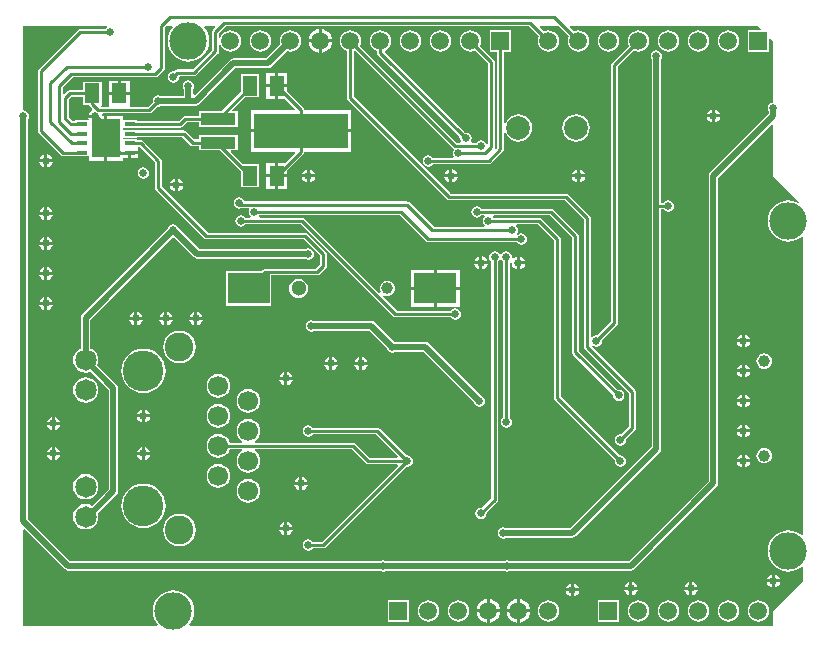
<source format=gbl>
G04 Layer_Physical_Order=2*
G04 Layer_Color=16711680*
%FSLAX25Y25*%
%MOIN*%
G70*
G01*
G75*
%ADD11R,0.05000X0.06500*%
%ADD30C,0.02000*%
%ADD31C,0.01000*%
%ADD33C,0.12500*%
%ADD34C,0.05906*%
%ADD35R,0.05906X0.05906*%
%ADD36C,0.07874*%
%ADD37C,0.03937*%
%ADD38C,0.05118*%
%ADD39C,0.09567*%
%ADD40C,0.06693*%
%ADD41C,0.07165*%
%ADD42C,0.13583*%
%ADD43C,0.02500*%
%ADD44R,0.11811X0.03937*%
%ADD45R,0.31496X0.11811*%
%ADD46R,0.09252X0.12795*%
%ADD47R,0.03740X0.01378*%
%ADD48R,0.14410X0.10236*%
%ADD49R,0.13937X0.10236*%
G36*
X250985Y204015D02*
X250794Y203553D01*
X246447D01*
Y196447D01*
X253553D01*
Y200794D01*
X254015Y200985D01*
X255000Y200000D01*
Y179386D01*
X254278Y179243D01*
X253666Y178834D01*
X253257Y178222D01*
X253114Y177500D01*
X253257Y176778D01*
X253369Y176612D01*
Y175676D01*
X233846Y156154D01*
X233493Y155624D01*
X233369Y155000D01*
Y53176D01*
X206824Y26631D01*
X167138D01*
X166972Y26743D01*
X166250Y26886D01*
X165528Y26743D01*
X165362Y26631D01*
X125888D01*
X125722Y26743D01*
X125000Y26886D01*
X124278Y26743D01*
X124112Y26631D01*
X20676D01*
X6631Y40676D01*
Y174112D01*
X6743Y174278D01*
X6886Y175000D01*
X6743Y175722D01*
X6334Y176334D01*
X5722Y176743D01*
X5000Y176886D01*
Y205000D01*
X32763D01*
X32915Y204500D01*
X32666Y204334D01*
X32524Y204122D01*
X24000D01*
X23571Y204036D01*
X23207Y203793D01*
X23207Y203793D01*
X10085Y190672D01*
X9842Y190308D01*
X9757Y189878D01*
X9757Y189878D01*
Y170122D01*
X9757Y170122D01*
X9842Y169692D01*
X10085Y169328D01*
X17431Y161983D01*
X17431Y161983D01*
X17795Y161739D01*
X18224Y161654D01*
X18225Y161654D01*
X22156D01*
Y161487D01*
X26874D01*
Y160102D01*
X32000D01*
Y167500D01*
Y174898D01*
X31121D01*
X31025Y175378D01*
X31405Y175878D01*
X47000D01*
X47000Y175878D01*
X47429Y175964D01*
X47793Y176207D01*
X49750Y178164D01*
X50000Y178114D01*
X50722Y178257D01*
X50888Y178369D01*
X62500D01*
X63124Y178493D01*
X63653Y178847D01*
X75676Y190869D01*
X86500D01*
X87124Y190993D01*
X87653Y191347D01*
X92912Y196605D01*
X93073Y196539D01*
X94000Y196417D01*
X94927Y196539D01*
X95792Y196897D01*
X96534Y197466D01*
X97103Y198208D01*
X97461Y199073D01*
X97583Y200000D01*
X97461Y200927D01*
X97103Y201792D01*
X96534Y202534D01*
X95792Y203103D01*
X94927Y203461D01*
X94000Y203583D01*
X93073Y203461D01*
X92208Y203103D01*
X91466Y202534D01*
X90897Y201792D01*
X90539Y200927D01*
X90417Y200000D01*
X90539Y199073D01*
X90605Y198912D01*
X85824Y194131D01*
X75000D01*
X74376Y194007D01*
X73847Y193654D01*
X62131Y181938D01*
X61631Y182146D01*
Y184112D01*
X61743Y184278D01*
X61886Y185000D01*
X61743Y185722D01*
X61334Y186334D01*
X60722Y186743D01*
X60000Y186886D01*
X59278Y186743D01*
X58666Y186334D01*
X58257Y185722D01*
X58114Y185000D01*
X58257Y184278D01*
X58369Y184112D01*
Y181631D01*
X50888D01*
X50722Y181743D01*
X50000Y181886D01*
X49278Y181743D01*
X48666Y181334D01*
X48257Y180722D01*
X48114Y180000D01*
X48164Y179750D01*
X46535Y178122D01*
X40947D01*
X40500Y178250D01*
X40500Y178622D01*
Y182000D01*
X37000D01*
Y182500D01*
D01*
Y182000D01*
X33500D01*
Y178622D01*
X33500Y178250D01*
X33053Y178122D01*
X30912D01*
X30893Y178150D01*
X31100Y178650D01*
X31100D01*
Y186350D01*
X24900D01*
Y183622D01*
X20500D01*
X20500Y183622D01*
X20071Y183536D01*
X19707Y183293D01*
X18621Y182208D01*
X18122Y182415D01*
Y184535D01*
X21465Y187878D01*
X49000D01*
X49000Y187878D01*
X49429Y187964D01*
X49793Y188207D01*
X51793Y190207D01*
X51793Y190207D01*
X52036Y190571D01*
X52122Y191000D01*
X52122Y191000D01*
Y204535D01*
X52586Y205000D01*
X54595D01*
X54832Y204500D01*
X54277Y203824D01*
X53641Y202634D01*
X53249Y201343D01*
X53117Y200000D01*
X53249Y198657D01*
X53641Y197366D01*
X54277Y196176D01*
X55133Y195133D01*
X56176Y194277D01*
X57366Y193641D01*
X58657Y193249D01*
X60000Y193117D01*
X61343Y193249D01*
X62634Y193641D01*
X63824Y194277D01*
X64867Y195133D01*
X65723Y196176D01*
X66359Y197366D01*
X66751Y198657D01*
X66883Y200000D01*
X66751Y201343D01*
X66359Y202634D01*
X65723Y203824D01*
X65168Y204500D01*
X65405Y205000D01*
X68761D01*
X68952Y204538D01*
X68207Y203793D01*
X67964Y203429D01*
X67878Y203000D01*
X67878Y203000D01*
Y196965D01*
X61385Y190472D01*
X56350D01*
X56350Y190472D01*
X55921Y190386D01*
X55557Y190143D01*
X55557Y190143D01*
X55250Y189836D01*
X55000Y189886D01*
X54278Y189743D01*
X53666Y189334D01*
X53257Y188722D01*
X53114Y188000D01*
X53257Y187278D01*
X53666Y186666D01*
X54278Y186257D01*
X55000Y186114D01*
X55722Y186257D01*
X56334Y186666D01*
X56743Y187278D01*
X56886Y188000D01*
X57074Y188228D01*
X61850D01*
X61850Y188228D01*
X62279Y188314D01*
X62643Y188557D01*
X69793Y195707D01*
X69793Y195707D01*
X70036Y196071D01*
X70122Y196500D01*
X70122Y196500D01*
Y198773D01*
X70622Y198872D01*
X70897Y198208D01*
X71466Y197466D01*
X72208Y196897D01*
X73073Y196539D01*
X74000Y196417D01*
X74927Y196539D01*
X75792Y196897D01*
X76534Y197466D01*
X77103Y198208D01*
X77461Y199073D01*
X77583Y200000D01*
X77461Y200927D01*
X77103Y201792D01*
X76534Y202534D01*
X75792Y203103D01*
X74927Y203461D01*
X74000Y203583D01*
X73073Y203461D01*
X72208Y203103D01*
X71466Y202534D01*
X70897Y201792D01*
X70622Y201128D01*
X70122Y201227D01*
Y202535D01*
X72465Y204878D01*
X173535D01*
X176816Y201598D01*
X176539Y200927D01*
X176417Y200000D01*
X176539Y199073D01*
X176897Y198208D01*
X177466Y197466D01*
X178208Y196897D01*
X179073Y196539D01*
X180000Y196417D01*
X180927Y196539D01*
X181792Y196897D01*
X182534Y197466D01*
X183103Y198208D01*
X183461Y199073D01*
X183583Y200000D01*
X183461Y200927D01*
X183103Y201792D01*
X182534Y202534D01*
X181792Y203103D01*
X180927Y203461D01*
X180000Y203583D01*
X179073Y203461D01*
X178402Y203184D01*
X177048Y204538D01*
X177239Y205000D01*
X183414D01*
X186816Y201598D01*
X186539Y200927D01*
X186417Y200000D01*
X186539Y199073D01*
X186897Y198208D01*
X187466Y197466D01*
X188208Y196897D01*
X189073Y196539D01*
X190000Y196417D01*
X190927Y196539D01*
X191792Y196897D01*
X192534Y197466D01*
X193103Y198208D01*
X193461Y199073D01*
X193583Y200000D01*
X193461Y200927D01*
X193103Y201792D01*
X192534Y202534D01*
X191792Y203103D01*
X190927Y203461D01*
X190000Y203583D01*
X189073Y203461D01*
X188402Y203184D01*
X187048Y204538D01*
X187239Y205000D01*
X250000D01*
X250985Y204015D01*
D02*
G37*
G36*
X24900Y178650D02*
X26948D01*
X26964Y178571D01*
X27207Y178207D01*
X27981Y177433D01*
X27834Y176873D01*
X27216Y176461D01*
X26719Y175716D01*
X26644Y175338D01*
X28838D01*
Y174338D01*
X26644D01*
X26708Y174013D01*
X26686Y173912D01*
X26416Y173513D01*
X22156D01*
Y173346D01*
X21240D01*
X20121Y174465D01*
Y180535D01*
X20965Y181378D01*
X24900D01*
Y178650D01*
D02*
G37*
G36*
X255000Y172040D02*
Y155000D01*
X263579Y146421D01*
X263278Y146015D01*
X262634Y146359D01*
X261343Y146751D01*
X260000Y146883D01*
X258657Y146751D01*
X257366Y146359D01*
X256176Y145723D01*
X255133Y144867D01*
X254277Y143824D01*
X253641Y142634D01*
X253249Y141343D01*
X253117Y140000D01*
X253249Y138657D01*
X253641Y137366D01*
X254277Y136176D01*
X255133Y135133D01*
X256176Y134277D01*
X257366Y133641D01*
X258657Y133249D01*
X260000Y133117D01*
X261343Y133249D01*
X262634Y133641D01*
X263824Y134277D01*
X264500Y134832D01*
X265000Y134595D01*
Y35405D01*
X264500Y35168D01*
X263824Y35723D01*
X262634Y36359D01*
X261343Y36751D01*
X260000Y36883D01*
X258657Y36751D01*
X257366Y36359D01*
X256176Y35723D01*
X255133Y34867D01*
X254277Y33824D01*
X253641Y32634D01*
X253249Y31343D01*
X253117Y30000D01*
X253249Y28657D01*
X253641Y27366D01*
X254277Y26176D01*
X255133Y25133D01*
X256176Y24277D01*
X257366Y23641D01*
X258657Y23249D01*
X260000Y23117D01*
X261343Y23249D01*
X262634Y23641D01*
X263824Y24277D01*
X264500Y24832D01*
X265000Y24595D01*
Y20000D01*
X255000Y10000D01*
Y5000D01*
X60405D01*
X60168Y5500D01*
X60723Y6176D01*
X61359Y7366D01*
X61751Y8657D01*
X61883Y10000D01*
X61751Y11343D01*
X61359Y12634D01*
X60723Y13824D01*
X59867Y14867D01*
X58824Y15723D01*
X57634Y16359D01*
X56343Y16751D01*
X55000Y16883D01*
X53657Y16751D01*
X52366Y16359D01*
X51176Y15723D01*
X50133Y14867D01*
X49277Y13824D01*
X48641Y12634D01*
X48249Y11343D01*
X48117Y10000D01*
X48249Y8657D01*
X48641Y7366D01*
X49277Y6176D01*
X49832Y5500D01*
X49595Y5000D01*
X5000D01*
Y37040D01*
X5462Y37231D01*
X18846Y23846D01*
X19376Y23493D01*
X20000Y23369D01*
X124112D01*
X124278Y23257D01*
X125000Y23114D01*
X125722Y23257D01*
X125888Y23369D01*
X165362D01*
X165528Y23257D01*
X166250Y23114D01*
X166972Y23257D01*
X167138Y23369D01*
X207500D01*
X208124Y23493D01*
X208653Y23846D01*
X236154Y51346D01*
X236507Y51876D01*
X236631Y52500D01*
Y154324D01*
X254538Y172231D01*
X255000Y172040D01*
D02*
G37*
%LPC*%
G36*
X104500Y203921D02*
Y200500D01*
X107921D01*
X107851Y201032D01*
X107453Y201993D01*
X106819Y202819D01*
X105993Y203453D01*
X105032Y203851D01*
X104500Y203921D01*
D02*
G37*
G36*
X103500D02*
X102968Y203851D01*
X102007Y203453D01*
X101181Y202819D01*
X100547Y201993D01*
X100149Y201032D01*
X100079Y200500D01*
X103500D01*
Y203921D01*
D02*
G37*
G36*
X240000Y203583D02*
X239073Y203461D01*
X238208Y203103D01*
X237466Y202534D01*
X236897Y201792D01*
X236539Y200927D01*
X236417Y200000D01*
X236539Y199073D01*
X236897Y198208D01*
X237466Y197466D01*
X238208Y196897D01*
X239073Y196539D01*
X240000Y196417D01*
X240927Y196539D01*
X241792Y196897D01*
X242534Y197466D01*
X243103Y198208D01*
X243461Y199073D01*
X243583Y200000D01*
X243461Y200927D01*
X243103Y201792D01*
X242534Y202534D01*
X241792Y203103D01*
X240927Y203461D01*
X240000Y203583D01*
D02*
G37*
G36*
X230000D02*
X229073Y203461D01*
X228208Y203103D01*
X227466Y202534D01*
X226897Y201792D01*
X226539Y200927D01*
X226417Y200000D01*
X226539Y199073D01*
X226897Y198208D01*
X227466Y197466D01*
X228208Y196897D01*
X229073Y196539D01*
X230000Y196417D01*
X230927Y196539D01*
X231792Y196897D01*
X232534Y197466D01*
X233103Y198208D01*
X233461Y199073D01*
X233583Y200000D01*
X233461Y200927D01*
X233103Y201792D01*
X232534Y202534D01*
X231792Y203103D01*
X230927Y203461D01*
X230000Y203583D01*
D02*
G37*
G36*
X220000D02*
X219073Y203461D01*
X218208Y203103D01*
X217466Y202534D01*
X216897Y201792D01*
X216539Y200927D01*
X216417Y200000D01*
X216539Y199073D01*
X216897Y198208D01*
X217466Y197466D01*
X218208Y196897D01*
X219073Y196539D01*
X220000Y196417D01*
X220927Y196539D01*
X221792Y196897D01*
X222534Y197466D01*
X223103Y198208D01*
X223461Y199073D01*
X223583Y200000D01*
X223461Y200927D01*
X223103Y201792D01*
X222534Y202534D01*
X221792Y203103D01*
X220927Y203461D01*
X220000Y203583D01*
D02*
G37*
G36*
X200000D02*
X199073Y203461D01*
X198208Y203103D01*
X197466Y202534D01*
X196897Y201792D01*
X196539Y200927D01*
X196417Y200000D01*
X196539Y199073D01*
X196897Y198208D01*
X197466Y197466D01*
X198208Y196897D01*
X199073Y196539D01*
X200000Y196417D01*
X200927Y196539D01*
X201792Y196897D01*
X202534Y197466D01*
X203103Y198208D01*
X203461Y199073D01*
X203583Y200000D01*
X203461Y200927D01*
X203103Y201792D01*
X202534Y202534D01*
X201792Y203103D01*
X200927Y203461D01*
X200000Y203583D01*
D02*
G37*
G36*
X144000D02*
X143073Y203461D01*
X142208Y203103D01*
X141466Y202534D01*
X140897Y201792D01*
X140539Y200927D01*
X140417Y200000D01*
X140539Y199073D01*
X140897Y198208D01*
X141466Y197466D01*
X142208Y196897D01*
X143073Y196539D01*
X144000Y196417D01*
X144927Y196539D01*
X145792Y196897D01*
X146534Y197466D01*
X147103Y198208D01*
X147461Y199073D01*
X147583Y200000D01*
X147461Y200927D01*
X147103Y201792D01*
X146534Y202534D01*
X145792Y203103D01*
X144927Y203461D01*
X144000Y203583D01*
D02*
G37*
G36*
X134000D02*
X133073Y203461D01*
X132208Y203103D01*
X131466Y202534D01*
X130897Y201792D01*
X130539Y200927D01*
X130417Y200000D01*
X130539Y199073D01*
X130897Y198208D01*
X131466Y197466D01*
X132208Y196897D01*
X133073Y196539D01*
X134000Y196417D01*
X134927Y196539D01*
X135792Y196897D01*
X136534Y197466D01*
X137103Y198208D01*
X137461Y199073D01*
X137583Y200000D01*
X137461Y200927D01*
X137103Y201792D01*
X136534Y202534D01*
X135792Y203103D01*
X134927Y203461D01*
X134000Y203583D01*
D02*
G37*
G36*
X84000D02*
X83073Y203461D01*
X82208Y203103D01*
X81466Y202534D01*
X80897Y201792D01*
X80539Y200927D01*
X80417Y200000D01*
X80539Y199073D01*
X80897Y198208D01*
X81466Y197466D01*
X82208Y196897D01*
X83073Y196539D01*
X84000Y196417D01*
X84927Y196539D01*
X85792Y196897D01*
X86534Y197466D01*
X87103Y198208D01*
X87461Y199073D01*
X87583Y200000D01*
X87461Y200927D01*
X87103Y201792D01*
X86534Y202534D01*
X85792Y203103D01*
X84927Y203461D01*
X84000Y203583D01*
D02*
G37*
G36*
X107921Y199500D02*
X104500D01*
Y196079D01*
X105032Y196149D01*
X105993Y196547D01*
X106819Y197181D01*
X107453Y198007D01*
X107851Y198968D01*
X107921Y199500D01*
D02*
G37*
G36*
X103500D02*
X100079D01*
X100149Y198968D01*
X100547Y198007D01*
X101181Y197181D01*
X102007Y196547D01*
X102968Y196149D01*
X103500Y196079D01*
Y199500D01*
D02*
G37*
G36*
X93000Y189250D02*
X90000D01*
Y185500D01*
X93000D01*
Y189250D01*
D02*
G37*
G36*
X89000D02*
X86000D01*
Y185500D01*
X89000D01*
Y189250D01*
D02*
G37*
G36*
X40500Y186750D02*
X37500D01*
Y183000D01*
X40500D01*
Y186750D01*
D02*
G37*
G36*
X36500D02*
X33500D01*
Y183000D01*
X36500D01*
Y186750D01*
D02*
G37*
G36*
X89000Y184500D02*
X86000D01*
Y180750D01*
X89000D01*
Y184500D01*
D02*
G37*
G36*
X235500Y177195D02*
Y175500D01*
X237195D01*
X237120Y175878D01*
X236622Y176622D01*
X235878Y177120D01*
X235500Y177195D01*
D02*
G37*
G36*
X234500D02*
X234122Y177120D01*
X233378Y176622D01*
X232880Y175878D01*
X232805Y175500D01*
X234500D01*
Y177195D01*
D02*
G37*
G36*
X83600Y188850D02*
X77400D01*
Y182923D01*
X70982Y176505D01*
X63494D01*
Y175059D01*
X58937D01*
X58508Y174973D01*
X58144Y174730D01*
X58144Y174730D01*
X56760Y173346D01*
X42844D01*
Y173513D01*
X38126D01*
Y174898D01*
X33000D01*
Y167500D01*
Y160102D01*
X38126D01*
Y161087D01*
X39874D01*
Y162776D01*
X40374D01*
Y163276D01*
X43244D01*
Y164465D01*
X43604Y164804D01*
X43610D01*
X48878Y159535D01*
Y151000D01*
X48878Y151000D01*
X48964Y150571D01*
X49207Y150207D01*
X65207Y134207D01*
X65207Y134207D01*
X65571Y133964D01*
X66000Y133878D01*
X66000Y133878D01*
X98535D01*
X103878Y128535D01*
Y125465D01*
X102535Y124122D01*
X85598D01*
X85169Y124036D01*
X84805Y123793D01*
X84805Y123793D01*
X84230Y123218D01*
X72530D01*
Y111782D01*
X87667D01*
Y121878D01*
X103000D01*
X103000Y121878D01*
X103429Y121964D01*
X103793Y122207D01*
X105793Y124207D01*
X105793Y124207D01*
X106036Y124571D01*
X106122Y125000D01*
X106122Y125000D01*
Y129000D01*
X106122Y129000D01*
X106036Y129429D01*
X105793Y129793D01*
X105793Y129793D01*
X99793Y135793D01*
X99429Y136036D01*
X99000Y136122D01*
X99000Y136122D01*
X66465D01*
X51122Y151465D01*
Y160000D01*
X51122Y160000D01*
X51036Y160429D01*
X50793Y160793D01*
X50793Y160793D01*
X44868Y166718D01*
X44504Y166961D01*
X44075Y167047D01*
X44075Y167047D01*
X42844D01*
Y167214D01*
X38126D01*
Y167786D01*
X42844D01*
Y167953D01*
X57961D01*
X60644Y165270D01*
X60644Y165270D01*
X61008Y165027D01*
X61437Y164941D01*
X63494D01*
Y163495D01*
X70419D01*
X77400Y156514D01*
Y151150D01*
X83600D01*
Y158850D01*
X78236D01*
X74054Y163032D01*
X74245Y163495D01*
X76506D01*
Y168631D01*
X63494D01*
Y167184D01*
X61902D01*
X59218Y169868D01*
X58854Y170111D01*
X58425Y170196D01*
X58425Y170196D01*
X42844D01*
Y170364D01*
X38126D01*
Y170935D01*
X42844D01*
Y171103D01*
X57224D01*
X57224Y171103D01*
X57654Y171188D01*
X58017Y171431D01*
X59402Y172816D01*
X63494D01*
Y171369D01*
X76506D01*
Y176505D01*
X74808D01*
X74617Y176968D01*
X78799Y181150D01*
X83600D01*
Y188850D01*
D02*
G37*
G36*
X237195Y174500D02*
X235500D01*
Y172805D01*
X235878Y172880D01*
X236622Y173378D01*
X237120Y174122D01*
X237195Y174500D01*
D02*
G37*
G36*
X234500D02*
X232805D01*
X232880Y174122D01*
X233378Y173378D01*
X234122Y172880D01*
X234500Y172805D01*
Y174500D01*
D02*
G37*
G36*
X93000Y184500D02*
X90000D01*
Y180750D01*
X92164D01*
X95546Y177367D01*
X95355Y176906D01*
X80811D01*
Y170500D01*
X97559D01*
X114307D01*
Y176906D01*
X98681D01*
Y176941D01*
X98595Y177370D01*
X98352Y177734D01*
X98352Y177734D01*
X93000Y183086D01*
Y184500D01*
D02*
G37*
G36*
X189213Y175576D02*
X188028Y175420D01*
X186925Y174963D01*
X185977Y174236D01*
X185249Y173288D01*
X184792Y172184D01*
X184636Y171000D01*
X184792Y169816D01*
X185249Y168712D01*
X185977Y167764D01*
X186925Y167037D01*
X188028Y166580D01*
X189213Y166424D01*
X190397Y166580D01*
X191501Y167037D01*
X192448Y167764D01*
X193176Y168712D01*
X193633Y169816D01*
X193789Y171000D01*
X193633Y172184D01*
X193176Y173288D01*
X192448Y174236D01*
X191501Y174963D01*
X190397Y175420D01*
X189213Y175576D01*
D02*
G37*
G36*
X210000Y203583D02*
X209073Y203461D01*
X208208Y203103D01*
X207466Y202534D01*
X206897Y201792D01*
X206539Y200927D01*
X206417Y200000D01*
X206539Y199073D01*
X206816Y198402D01*
X201207Y192793D01*
X200964Y192429D01*
X200878Y192000D01*
X200878Y192000D01*
Y106465D01*
X196250Y101837D01*
X196000Y101886D01*
X195278Y101743D01*
X194666Y101334D01*
X194622Y101267D01*
X194122Y101419D01*
Y141000D01*
X194036Y141429D01*
X193793Y141793D01*
X193793Y141793D01*
X186793Y148793D01*
X186429Y149036D01*
X186000Y149122D01*
X186000Y149122D01*
X147465D01*
X115122Y181465D01*
Y196619D01*
X115598Y196816D01*
X148207Y164207D01*
X148207Y164207D01*
X148300Y164145D01*
X148450Y163531D01*
X148440Y163496D01*
X148257Y163222D01*
X148114Y162500D01*
X148257Y161778D01*
X148362Y161622D01*
X148095Y161122D01*
X141476D01*
X141334Y161334D01*
X140722Y161743D01*
X140000Y161886D01*
X139278Y161743D01*
X138666Y161334D01*
X138257Y160722D01*
X138114Y160000D01*
X138257Y159278D01*
X138666Y158666D01*
X139278Y158257D01*
X140000Y158114D01*
X140722Y158257D01*
X141334Y158666D01*
X141476Y158878D01*
X160079D01*
X160079Y158878D01*
X160508Y158964D01*
X160872Y159207D01*
X164793Y163128D01*
X164793Y163128D01*
X165036Y163492D01*
X165122Y163921D01*
X165122Y163921D01*
Y169615D01*
X165622Y169715D01*
X166037Y168712D01*
X166764Y167764D01*
X167712Y167037D01*
X168816Y166580D01*
X170000Y166424D01*
X171184Y166580D01*
X172288Y167037D01*
X173236Y167764D01*
X173963Y168712D01*
X174420Y169816D01*
X174576Y171000D01*
X174420Y172184D01*
X173963Y173288D01*
X173236Y174236D01*
X172288Y174963D01*
X171184Y175420D01*
X170000Y175576D01*
X168816Y175420D01*
X167712Y174963D01*
X166764Y174236D01*
X166037Y173288D01*
X165622Y172285D01*
X165122Y172385D01*
Y196447D01*
X167553D01*
Y203553D01*
X160447D01*
Y196447D01*
X162878D01*
Y164386D01*
X162542Y164049D01*
X162081Y164295D01*
X162122Y164500D01*
X162122Y164500D01*
Y193000D01*
X162036Y193429D01*
X161793Y193793D01*
X161793Y193793D01*
X157184Y198402D01*
X157461Y199073D01*
X157583Y200000D01*
X157461Y200927D01*
X157103Y201792D01*
X156534Y202534D01*
X155792Y203103D01*
X154927Y203461D01*
X154000Y203583D01*
X153073Y203461D01*
X152208Y203103D01*
X151466Y202534D01*
X150897Y201792D01*
X150539Y200927D01*
X150417Y200000D01*
X150539Y199073D01*
X150897Y198208D01*
X151466Y197466D01*
X152208Y196897D01*
X153073Y196539D01*
X154000Y196417D01*
X154927Y196539D01*
X155598Y196816D01*
X159878Y192535D01*
Y165462D01*
X159813Y165420D01*
X159256Y165656D01*
X159243Y165722D01*
X158834Y166334D01*
X158222Y166743D01*
X157500Y166886D01*
X156778Y166743D01*
X156166Y166334D01*
X156024Y166122D01*
X154405D01*
X154138Y166622D01*
X154243Y166778D01*
X154386Y167500D01*
X154243Y168222D01*
X153834Y168834D01*
X153222Y169243D01*
X152500Y169386D01*
X152250Y169336D01*
X125395Y196191D01*
X125512Y196781D01*
X125792Y196897D01*
X126534Y197466D01*
X127103Y198208D01*
X127461Y199073D01*
X127583Y200000D01*
X127461Y200927D01*
X127103Y201792D01*
X126534Y202534D01*
X125792Y203103D01*
X124927Y203461D01*
X124000Y203583D01*
X123073Y203461D01*
X122208Y203103D01*
X121466Y202534D01*
X120897Y201792D01*
X120539Y200927D01*
X120417Y200000D01*
X120539Y199073D01*
X120897Y198208D01*
X121466Y197466D01*
X122208Y196897D01*
X122878Y196619D01*
Y196000D01*
X122878Y196000D01*
X122964Y195571D01*
X123207Y195207D01*
X150664Y167750D01*
X150614Y167500D01*
X150757Y166778D01*
X150862Y166622D01*
X150595Y166122D01*
X149465D01*
X117184Y198402D01*
X117461Y199073D01*
X117583Y200000D01*
X117461Y200927D01*
X117103Y201792D01*
X116534Y202534D01*
X115792Y203103D01*
X114927Y203461D01*
X114000Y203583D01*
X113073Y203461D01*
X112208Y203103D01*
X111466Y202534D01*
X110897Y201792D01*
X110539Y200927D01*
X110417Y200000D01*
X110539Y199073D01*
X110897Y198208D01*
X111466Y197466D01*
X112208Y196897D01*
X112878Y196619D01*
Y181000D01*
X112878Y181000D01*
X112964Y180571D01*
X113207Y180207D01*
X146207Y147207D01*
X146207Y147207D01*
X146571Y146964D01*
X147000Y146878D01*
X147000Y146878D01*
X185535D01*
X191878Y140535D01*
Y98000D01*
X191878Y98000D01*
X191964Y97571D01*
X192207Y97207D01*
X206878Y82535D01*
Y71465D01*
X204250Y68836D01*
X204000Y68886D01*
X203278Y68743D01*
X202666Y68334D01*
X202257Y67722D01*
X202114Y67000D01*
X202257Y66278D01*
X202666Y65666D01*
X203278Y65257D01*
X204000Y65114D01*
X204722Y65257D01*
X205334Y65666D01*
X205743Y66278D01*
X205886Y67000D01*
X205837Y67250D01*
X208793Y70207D01*
X208793Y70207D01*
X209036Y70571D01*
X209121Y71000D01*
Y83000D01*
X209036Y83429D01*
X208793Y83793D01*
X208793Y83793D01*
X194433Y98153D01*
X194447Y98211D01*
X195018Y98431D01*
X195278Y98257D01*
X196000Y98114D01*
X196722Y98257D01*
X197334Y98666D01*
X197743Y99278D01*
X197886Y100000D01*
X197836Y100250D01*
X202793Y105207D01*
X202793Y105207D01*
X203036Y105571D01*
X203122Y106000D01*
X203122Y106000D01*
Y191535D01*
X208402Y196816D01*
X209073Y196539D01*
X210000Y196417D01*
X210927Y196539D01*
X211792Y196897D01*
X212534Y197466D01*
X213103Y198208D01*
X213461Y199073D01*
X213583Y200000D01*
X213461Y200927D01*
X213103Y201792D01*
X212534Y202534D01*
X211792Y203103D01*
X210927Y203461D01*
X210000Y203583D01*
D02*
G37*
G36*
X43244Y162276D02*
X40874D01*
Y161087D01*
X43244D01*
Y162276D01*
D02*
G37*
G36*
X13000Y162195D02*
Y160500D01*
X14695D01*
X14619Y160878D01*
X14122Y161622D01*
X13378Y162119D01*
X13000Y162195D01*
D02*
G37*
G36*
X12000D02*
X11622Y162119D01*
X10878Y161622D01*
X10380Y160878D01*
X10305Y160500D01*
X12000D01*
Y162195D01*
D02*
G37*
G36*
X14695Y159500D02*
X13000D01*
Y157805D01*
X13378Y157880D01*
X14122Y158378D01*
X14619Y159122D01*
X14695Y159500D01*
D02*
G37*
G36*
X12000D02*
X10305D01*
X10380Y159122D01*
X10878Y158378D01*
X11622Y157880D01*
X12000Y157805D01*
Y159500D01*
D02*
G37*
G36*
X114307Y169500D02*
X97559D01*
X80811D01*
Y163094D01*
X95355D01*
X95546Y162633D01*
X92164Y159250D01*
X90000D01*
Y155500D01*
X93000D01*
Y156914D01*
X98352Y162266D01*
X98352Y162266D01*
X98595Y162630D01*
X98681Y163059D01*
Y163094D01*
X114307D01*
Y169500D01*
D02*
G37*
G36*
X190500Y157195D02*
Y155500D01*
X192195D01*
X192120Y155878D01*
X191622Y156622D01*
X190878Y157120D01*
X190500Y157195D01*
D02*
G37*
G36*
X189500D02*
X189122Y157120D01*
X188378Y156622D01*
X187881Y155878D01*
X187805Y155500D01*
X189500D01*
Y157195D01*
D02*
G37*
G36*
X148000D02*
Y155500D01*
X149695D01*
X149619Y155878D01*
X149122Y156622D01*
X148378Y157120D01*
X148000Y157195D01*
D02*
G37*
G36*
X147000D02*
X146622Y157120D01*
X145878Y156622D01*
X145380Y155878D01*
X145305Y155500D01*
X147000D01*
Y157195D01*
D02*
G37*
G36*
X100500D02*
Y155500D01*
X102195D01*
X102119Y155878D01*
X101622Y156622D01*
X100878Y157120D01*
X100500Y157195D01*
D02*
G37*
G36*
X99500D02*
X99122Y157120D01*
X98378Y156622D01*
X97881Y155878D01*
X97805Y155500D01*
X99500D01*
Y157195D01*
D02*
G37*
G36*
X89000Y159250D02*
X86000D01*
Y155500D01*
X89000D01*
Y159250D01*
D02*
G37*
G36*
X45000Y157886D02*
X44278Y157743D01*
X43666Y157334D01*
X43257Y156722D01*
X43114Y156000D01*
X43257Y155278D01*
X43666Y154666D01*
X44278Y154257D01*
X45000Y154114D01*
X45722Y154257D01*
X46334Y154666D01*
X46743Y155278D01*
X46886Y156000D01*
X46743Y156722D01*
X46334Y157334D01*
X45722Y157743D01*
X45000Y157886D01*
D02*
G37*
G36*
X192195Y154500D02*
X190500D01*
Y152805D01*
X190878Y152881D01*
X191622Y153378D01*
X192120Y154122D01*
X192195Y154500D01*
D02*
G37*
G36*
X189500D02*
X187805D01*
X187881Y154122D01*
X188378Y153378D01*
X189122Y152881D01*
X189500Y152805D01*
Y154500D01*
D02*
G37*
G36*
X149695D02*
X148000D01*
Y152805D01*
X148378Y152881D01*
X149122Y153378D01*
X149619Y154122D01*
X149695Y154500D01*
D02*
G37*
G36*
X147000D02*
X145305D01*
X145380Y154122D01*
X145878Y153378D01*
X146622Y152881D01*
X147000Y152805D01*
Y154500D01*
D02*
G37*
G36*
X102195D02*
X100500D01*
Y152805D01*
X100878Y152881D01*
X101622Y153378D01*
X102119Y154122D01*
X102195Y154500D01*
D02*
G37*
G36*
X99500D02*
X97805D01*
X97881Y154122D01*
X98378Y153378D01*
X99122Y152881D01*
X99500Y152805D01*
Y154500D01*
D02*
G37*
G36*
X56500Y154195D02*
Y152500D01*
X58195D01*
X58119Y152878D01*
X57622Y153622D01*
X56878Y154120D01*
X56500Y154195D01*
D02*
G37*
G36*
X55500D02*
X55122Y154120D01*
X54378Y153622D01*
X53881Y152878D01*
X53805Y152500D01*
X55500D01*
Y154195D01*
D02*
G37*
G36*
X93000Y154500D02*
X90000D01*
Y150750D01*
X93000D01*
Y154500D01*
D02*
G37*
G36*
X89000D02*
X86000D01*
Y150750D01*
X89000D01*
Y154500D01*
D02*
G37*
G36*
X58195Y151500D02*
X56500D01*
Y149805D01*
X56878Y149881D01*
X57622Y150378D01*
X58119Y151122D01*
X58195Y151500D01*
D02*
G37*
G36*
X55500D02*
X53805D01*
X53881Y151122D01*
X54378Y150378D01*
X55122Y149881D01*
X55500Y149805D01*
Y151500D01*
D02*
G37*
G36*
X216000Y196886D02*
X215278Y196743D01*
X214666Y196334D01*
X214257Y195722D01*
X214114Y195000D01*
X214257Y194278D01*
X214369Y194112D01*
Y64676D01*
X187324Y37631D01*
X165888D01*
X165722Y37743D01*
X165000Y37886D01*
X164278Y37743D01*
X163666Y37334D01*
X163257Y36722D01*
X163114Y36000D01*
X163257Y35278D01*
X163666Y34666D01*
X164278Y34257D01*
X165000Y34114D01*
X165722Y34257D01*
X165888Y34369D01*
X188000D01*
X188624Y34493D01*
X189154Y34846D01*
X217154Y62846D01*
X217507Y63376D01*
X217631Y64000D01*
Y143878D01*
X218524D01*
X218666Y143666D01*
X219278Y143257D01*
X220000Y143114D01*
X220722Y143257D01*
X221334Y143666D01*
X221743Y144278D01*
X221886Y145000D01*
X221743Y145722D01*
X221334Y146334D01*
X220722Y146743D01*
X220000Y146886D01*
X219278Y146743D01*
X218666Y146334D01*
X218524Y146122D01*
X217631D01*
Y194112D01*
X217743Y194278D01*
X217886Y195000D01*
X217743Y195722D01*
X217334Y196334D01*
X216722Y196743D01*
X216000Y196886D01*
D02*
G37*
G36*
X13000Y144695D02*
Y143000D01*
X14695D01*
X14619Y143378D01*
X14122Y144122D01*
X13378Y144620D01*
X13000Y144695D01*
D02*
G37*
G36*
X12000D02*
X11622Y144620D01*
X10878Y144122D01*
X10380Y143378D01*
X10305Y143000D01*
X12000D01*
Y144695D01*
D02*
G37*
G36*
X77000Y147886D02*
X76278Y147743D01*
X75666Y147334D01*
X75257Y146722D01*
X75114Y146000D01*
X75257Y145278D01*
X75666Y144666D01*
X76278Y144257D01*
X77000Y144114D01*
X77613Y144236D01*
X77650Y144228D01*
X77650Y144228D01*
X80066D01*
X80301Y143788D01*
X80257Y143722D01*
X80114Y143000D01*
X80257Y142278D01*
X80666Y141666D01*
X80733Y141622D01*
X80581Y141122D01*
X78976D01*
X78834Y141334D01*
X78222Y141743D01*
X77500Y141886D01*
X76778Y141743D01*
X76166Y141334D01*
X75757Y140722D01*
X75614Y140000D01*
X75757Y139278D01*
X76166Y138666D01*
X76778Y138257D01*
X77500Y138114D01*
X78222Y138257D01*
X78834Y138666D01*
X78976Y138878D01*
X97535D01*
X128207Y108207D01*
X128571Y107964D01*
X129000Y107878D01*
X129000Y107878D01*
X147524D01*
X147666Y107666D01*
X148278Y107257D01*
X149000Y107114D01*
X149722Y107257D01*
X150334Y107666D01*
X150743Y108278D01*
X150886Y109000D01*
X150743Y109722D01*
X150334Y110334D01*
X149722Y110743D01*
X149000Y110886D01*
X148278Y110743D01*
X147666Y110334D01*
X147524Y110122D01*
X129465D01*
X124743Y114843D01*
X124984Y115256D01*
X125609Y114998D01*
X126279Y114909D01*
X126950Y114998D01*
X127575Y115256D01*
X128111Y115668D01*
X128523Y116205D01*
X128782Y116830D01*
X128870Y117500D01*
X128782Y118170D01*
X128523Y118795D01*
X128111Y119332D01*
X127575Y119744D01*
X126950Y120002D01*
X126279Y120091D01*
X125609Y120002D01*
X124984Y119744D01*
X124448Y119332D01*
X124036Y118795D01*
X123777Y118170D01*
X123689Y117500D01*
X123777Y116830D01*
X124036Y116205D01*
X123622Y115964D01*
X98793Y140793D01*
X98429Y141036D01*
X98000Y141122D01*
X98000Y141122D01*
X83688D01*
X83458Y141622D01*
X83654Y141878D01*
X130535D01*
X139207Y133207D01*
X139207Y133207D01*
X139571Y132964D01*
X140000Y132878D01*
X169524D01*
X169666Y132666D01*
X170278Y132257D01*
X171000Y132114D01*
X171722Y132257D01*
X172334Y132666D01*
X172743Y133278D01*
X172886Y134000D01*
X172743Y134722D01*
X172334Y135334D01*
X171722Y135743D01*
X171000Y135886D01*
X170278Y135743D01*
X169751Y135390D01*
X169390Y135751D01*
X169743Y136278D01*
X169886Y137000D01*
X169743Y137722D01*
X169334Y138334D01*
X169267Y138378D01*
X169419Y138878D01*
X176535D01*
X181878Y133535D01*
Y81000D01*
X181878Y81000D01*
X181964Y80571D01*
X182207Y80207D01*
X202164Y60250D01*
X202114Y60000D01*
X202257Y59278D01*
X202666Y58666D01*
X203278Y58257D01*
X204000Y58114D01*
X204722Y58257D01*
X205334Y58666D01*
X205743Y59278D01*
X205886Y60000D01*
X205743Y60722D01*
X205334Y61334D01*
X204722Y61743D01*
X204000Y61886D01*
X203750Y61836D01*
X184122Y81465D01*
Y134000D01*
X184122Y134000D01*
X184036Y134429D01*
X183793Y134793D01*
X183793Y134793D01*
X177793Y140793D01*
X177429Y141036D01*
X177000Y141122D01*
X177000Y141122D01*
X161654D01*
X161458Y141378D01*
X161688Y141878D01*
X180535D01*
X187878Y134535D01*
Y96246D01*
X187878Y96246D01*
X187964Y95817D01*
X188207Y95453D01*
X201579Y82081D01*
X201529Y81831D01*
X201673Y81109D01*
X202082Y80497D01*
X202694Y80088D01*
X203415Y79944D01*
X204137Y80088D01*
X204749Y80497D01*
X205158Y81109D01*
X205302Y81831D01*
X205158Y82552D01*
X204749Y83165D01*
X204137Y83573D01*
X203415Y83717D01*
X203165Y83667D01*
X190122Y96711D01*
Y135000D01*
X190122Y135000D01*
X190036Y135429D01*
X189793Y135793D01*
X189793Y135793D01*
X181793Y143793D01*
X181429Y144036D01*
X181000Y144122D01*
X181000Y144122D01*
X157617D01*
X157475Y144334D01*
X156864Y144743D01*
X156142Y144886D01*
X155420Y144743D01*
X154808Y144334D01*
X154399Y143722D01*
X154255Y143000D01*
X154399Y142278D01*
X154808Y141666D01*
X155420Y141257D01*
X156142Y141114D01*
X156864Y141257D01*
X157475Y141666D01*
X157617Y141878D01*
X158581D01*
X158733Y141378D01*
X158666Y141334D01*
X158257Y140722D01*
X158114Y140000D01*
X158257Y139278D01*
X158666Y138666D01*
X158733Y138622D01*
X158581Y138122D01*
X141727D01*
X133706Y146143D01*
X133342Y146386D01*
X132913Y146472D01*
X132913Y146472D01*
X78792D01*
X78743Y146722D01*
X78334Y147334D01*
X77722Y147743D01*
X77000Y147886D01*
D02*
G37*
G36*
X14695Y142000D02*
X13000D01*
Y140305D01*
X13378Y140381D01*
X14122Y140878D01*
X14619Y141622D01*
X14695Y142000D01*
D02*
G37*
G36*
X12000D02*
X10305D01*
X10380Y141622D01*
X10878Y140878D01*
X11622Y140381D01*
X12000Y140305D01*
Y142000D01*
D02*
G37*
G36*
X13000Y134695D02*
Y133000D01*
X14695D01*
X14619Y133378D01*
X14122Y134122D01*
X13378Y134619D01*
X13000Y134695D01*
D02*
G37*
G36*
X12000D02*
X11622Y134619D01*
X10878Y134122D01*
X10380Y133378D01*
X10305Y133000D01*
X12000D01*
Y134695D01*
D02*
G37*
G36*
X14695Y132000D02*
X13000D01*
Y130305D01*
X13378Y130380D01*
X14122Y130878D01*
X14619Y131622D01*
X14695Y132000D01*
D02*
G37*
G36*
X12000D02*
X10305D01*
X10380Y131622D01*
X10878Y130878D01*
X11622Y130380D01*
X12000Y130305D01*
Y132000D01*
D02*
G37*
G36*
X166000Y129886D02*
X165278Y129743D01*
X164666Y129334D01*
X164283Y128760D01*
X164044Y128718D01*
X163750Y128734D01*
X163381Y129287D01*
X162769Y129695D01*
X162047Y129839D01*
X161325Y129695D01*
X160714Y129287D01*
X160305Y128675D01*
X160161Y127953D01*
X160305Y127231D01*
X160714Y126619D01*
X160926Y126477D01*
Y47512D01*
X157750Y44337D01*
X157500Y44386D01*
X156778Y44243D01*
X156166Y43834D01*
X155757Y43222D01*
X155614Y42500D01*
X155757Y41778D01*
X156166Y41166D01*
X156778Y40757D01*
X157500Y40614D01*
X158222Y40757D01*
X158834Y41166D01*
X159243Y41778D01*
X159386Y42500D01*
X159336Y42750D01*
X162840Y46254D01*
X162840Y46254D01*
X163083Y46618D01*
X163169Y47047D01*
Y126477D01*
X163381Y126619D01*
X163765Y127193D01*
X164004Y127234D01*
X164297Y127218D01*
X164666Y126666D01*
X164878Y126524D01*
Y74476D01*
X164666Y74334D01*
X164257Y73722D01*
X164114Y73000D01*
X164257Y72278D01*
X164666Y71666D01*
X165278Y71257D01*
X166000Y71114D01*
X166722Y71257D01*
X167334Y71666D01*
X167743Y72278D01*
X167886Y73000D01*
X167743Y73722D01*
X167334Y74334D01*
X167122Y74476D01*
Y126233D01*
X167260Y126319D01*
X167708Y126010D01*
X167706Y126000D01*
X167880Y125122D01*
X168378Y124378D01*
X169122Y123881D01*
X169500Y123805D01*
Y126000D01*
Y128195D01*
X169122Y128120D01*
X168378Y127622D01*
X168297Y127501D01*
X167826Y127696D01*
X167886Y128000D01*
X167743Y128722D01*
X167334Y129334D01*
X166722Y129743D01*
X166000Y129886D01*
D02*
G37*
G36*
X55000Y138886D02*
X54278Y138743D01*
X53666Y138334D01*
X53257Y137722D01*
X53218Y137525D01*
X24555Y108862D01*
X24202Y108333D01*
X24077Y107709D01*
Y97434D01*
X23599Y97236D01*
X22726Y96566D01*
X22055Y95692D01*
X21634Y94675D01*
X21490Y93583D01*
X21634Y92491D01*
X22055Y91473D01*
X22726Y90600D01*
X23599Y89929D01*
X24617Y89508D01*
X25709Y89364D01*
X26801Y89508D01*
X27279Y89706D01*
X33369Y83616D01*
Y50676D01*
X27780Y45087D01*
X26801Y45492D01*
X25709Y45636D01*
X24617Y45492D01*
X23599Y45071D01*
X22726Y44400D01*
X22055Y43527D01*
X21634Y42509D01*
X21490Y41417D01*
X21634Y40325D01*
X22055Y39308D01*
X22726Y38434D01*
X23599Y37764D01*
X24617Y37342D01*
X25709Y37199D01*
X26801Y37342D01*
X27818Y37764D01*
X28692Y38434D01*
X29362Y39308D01*
X29784Y40325D01*
X29927Y41417D01*
X29787Y42480D01*
X36154Y48847D01*
X36507Y49376D01*
X36631Y50000D01*
Y84291D01*
X36507Y84916D01*
X36154Y85445D01*
X29586Y92013D01*
X29784Y92491D01*
X29927Y93583D01*
X29784Y94675D01*
X29362Y95692D01*
X28692Y96566D01*
X27818Y97236D01*
X27340Y97434D01*
Y107033D01*
X55000Y134693D01*
X61847Y127847D01*
X62376Y127493D01*
X63000Y127369D01*
X99112D01*
X99278Y127257D01*
X100000Y127114D01*
X100722Y127257D01*
X101334Y127666D01*
X101743Y128278D01*
X101886Y129000D01*
X101743Y129722D01*
X101334Y130334D01*
X100722Y130743D01*
X100000Y130886D01*
X99278Y130743D01*
X99112Y130631D01*
X63676D01*
X56782Y137525D01*
X56743Y137722D01*
X56334Y138334D01*
X55722Y138743D01*
X55000Y138886D01*
D02*
G37*
G36*
X170500Y128195D02*
Y126500D01*
X172195D01*
X172119Y126878D01*
X171622Y127622D01*
X170878Y128120D01*
X170500Y128195D01*
D02*
G37*
G36*
X158000D02*
Y126500D01*
X159695D01*
X159619Y126878D01*
X159122Y127622D01*
X158378Y128120D01*
X158000Y128195D01*
D02*
G37*
G36*
X157000D02*
X156622Y128120D01*
X155878Y127622D01*
X155380Y126878D01*
X155305Y126500D01*
X157000D01*
Y128195D01*
D02*
G37*
G36*
X172195Y125500D02*
X170500D01*
Y123805D01*
X170878Y123881D01*
X171622Y124378D01*
X172119Y125122D01*
X172195Y125500D01*
D02*
G37*
G36*
X159695D02*
X158000D01*
Y123805D01*
X158378Y123881D01*
X159122Y124378D01*
X159619Y125122D01*
X159695Y125500D01*
D02*
G37*
G36*
X157000D02*
X155305D01*
X155380Y125122D01*
X155878Y124378D01*
X156622Y123881D01*
X157000Y123805D01*
Y125500D01*
D02*
G37*
G36*
X13000Y124695D02*
Y123000D01*
X14695D01*
X14619Y123378D01*
X14122Y124122D01*
X13378Y124619D01*
X13000Y124695D01*
D02*
G37*
G36*
X12000D02*
X11622Y124619D01*
X10878Y124122D01*
X10380Y123378D01*
X10305Y123000D01*
X12000D01*
Y124695D01*
D02*
G37*
G36*
X14695Y122000D02*
X13000D01*
Y120305D01*
X13378Y120380D01*
X14122Y120878D01*
X14619Y121622D01*
X14695Y122000D01*
D02*
G37*
G36*
X12000D02*
X10305D01*
X10380Y121622D01*
X10878Y120878D01*
X11622Y120380D01*
X12000Y120305D01*
Y122000D01*
D02*
G37*
G36*
X150508Y123618D02*
X142803D01*
Y118000D01*
X150508D01*
Y123618D01*
D02*
G37*
G36*
X141803D02*
X134098D01*
Y118000D01*
X141803D01*
Y123618D01*
D02*
G37*
G36*
X96752Y120686D02*
X95927Y120578D01*
X95159Y120259D01*
X94499Y119753D01*
X93993Y119093D01*
X93674Y118325D01*
X93566Y117500D01*
X93674Y116675D01*
X93993Y115907D01*
X94499Y115247D01*
X95159Y114741D01*
X95927Y114422D01*
X96752Y114314D01*
X97577Y114422D01*
X98345Y114741D01*
X99005Y115247D01*
X99511Y115907D01*
X99830Y116675D01*
X99938Y117500D01*
X99830Y118325D01*
X99511Y119093D01*
X99005Y119753D01*
X98345Y120259D01*
X97577Y120578D01*
X96752Y120686D01*
D02*
G37*
G36*
X13000Y114695D02*
Y113000D01*
X14695D01*
X14619Y113378D01*
X14122Y114122D01*
X13378Y114620D01*
X13000Y114695D01*
D02*
G37*
G36*
X12000D02*
X11622Y114620D01*
X10878Y114122D01*
X10380Y113378D01*
X10305Y113000D01*
X12000D01*
Y114695D01*
D02*
G37*
G36*
X150508Y117000D02*
X142803D01*
Y111382D01*
X150508D01*
Y117000D01*
D02*
G37*
G36*
X141803D02*
X134098D01*
Y111382D01*
X141803D01*
Y117000D01*
D02*
G37*
G36*
X14695Y112000D02*
X13000D01*
Y110305D01*
X13378Y110380D01*
X14122Y110878D01*
X14619Y111622D01*
X14695Y112000D01*
D02*
G37*
G36*
X12000D02*
X10305D01*
X10380Y111622D01*
X10878Y110878D01*
X11622Y110380D01*
X12000Y110305D01*
Y112000D01*
D02*
G37*
G36*
X63000Y109695D02*
Y108000D01*
X64695D01*
X64619Y108378D01*
X64122Y109122D01*
X63378Y109619D01*
X63000Y109695D01*
D02*
G37*
G36*
X62000D02*
X61622Y109619D01*
X60878Y109122D01*
X60381Y108378D01*
X60305Y108000D01*
X62000D01*
Y109695D01*
D02*
G37*
G36*
X53000D02*
Y108000D01*
X54695D01*
X54619Y108378D01*
X54122Y109122D01*
X53378Y109619D01*
X53000Y109695D01*
D02*
G37*
G36*
X52000D02*
X51622Y109619D01*
X50878Y109122D01*
X50380Y108378D01*
X50305Y108000D01*
X52000D01*
Y109695D01*
D02*
G37*
G36*
X43000D02*
Y108000D01*
X44695D01*
X44620Y108378D01*
X44122Y109122D01*
X43378Y109619D01*
X43000Y109695D01*
D02*
G37*
G36*
X42000D02*
X41622Y109619D01*
X40878Y109122D01*
X40380Y108378D01*
X40305Y108000D01*
X42000D01*
Y109695D01*
D02*
G37*
G36*
X64695Y107000D02*
X63000D01*
Y105305D01*
X63378Y105380D01*
X64122Y105878D01*
X64619Y106622D01*
X64695Y107000D01*
D02*
G37*
G36*
X62000D02*
X60305D01*
X60381Y106622D01*
X60878Y105878D01*
X61622Y105380D01*
X62000Y105305D01*
Y107000D01*
D02*
G37*
G36*
X54695D02*
X53000D01*
Y105305D01*
X53378Y105380D01*
X54122Y105878D01*
X54619Y106622D01*
X54695Y107000D01*
D02*
G37*
G36*
X52000D02*
X50305D01*
X50380Y106622D01*
X50878Y105878D01*
X51622Y105380D01*
X52000Y105305D01*
Y107000D01*
D02*
G37*
G36*
X44695D02*
X43000D01*
Y105305D01*
X43378Y105380D01*
X44122Y105878D01*
X44620Y106622D01*
X44695Y107000D01*
D02*
G37*
G36*
X42000D02*
X40305D01*
X40380Y106622D01*
X40878Y105878D01*
X41622Y105380D01*
X42000Y105305D01*
Y107000D01*
D02*
G37*
G36*
X118000Y94695D02*
Y93000D01*
X119695D01*
X119620Y93378D01*
X119122Y94122D01*
X118378Y94619D01*
X118000Y94695D01*
D02*
G37*
G36*
X117000D02*
X116622Y94619D01*
X115878Y94122D01*
X115381Y93378D01*
X115305Y93000D01*
X117000D01*
Y94695D01*
D02*
G37*
G36*
X108000D02*
Y93000D01*
X109695D01*
X109619Y93378D01*
X109122Y94122D01*
X108378Y94619D01*
X108000Y94695D01*
D02*
G37*
G36*
X107000D02*
X106622Y94619D01*
X105878Y94122D01*
X105380Y93378D01*
X105305Y93000D01*
X107000D01*
Y94695D01*
D02*
G37*
G36*
X57008Y103422D02*
X55603Y103237D01*
X54293Y102695D01*
X53168Y101832D01*
X52305Y100707D01*
X51763Y99397D01*
X51578Y97992D01*
X51763Y96587D01*
X52305Y95277D01*
X53168Y94153D01*
X54293Y93290D01*
X55603Y92747D01*
X57008Y92562D01*
X58413Y92747D01*
X59723Y93290D01*
X60847Y94153D01*
X61710Y95277D01*
X62253Y96587D01*
X62438Y97992D01*
X62253Y99397D01*
X61710Y100707D01*
X60847Y101832D01*
X59723Y102695D01*
X58413Y103237D01*
X57008Y103422D01*
D02*
G37*
G36*
X119695Y92000D02*
X118000D01*
Y90305D01*
X118378Y90381D01*
X119122Y90878D01*
X119620Y91622D01*
X119695Y92000D01*
D02*
G37*
G36*
X117000D02*
X115305D01*
X115381Y91622D01*
X115878Y90878D01*
X116622Y90381D01*
X117000Y90305D01*
Y92000D01*
D02*
G37*
G36*
X109695D02*
X108000D01*
Y90305D01*
X108378Y90381D01*
X109122Y90878D01*
X109619Y91622D01*
X109695Y92000D01*
D02*
G37*
G36*
X107000D02*
X105305D01*
X105380Y91622D01*
X105878Y90878D01*
X106622Y90381D01*
X107000Y90305D01*
Y92000D01*
D02*
G37*
G36*
X93000Y89695D02*
Y88000D01*
X94695D01*
X94619Y88378D01*
X94122Y89122D01*
X93378Y89619D01*
X93000Y89695D01*
D02*
G37*
G36*
X92000D02*
X91622Y89619D01*
X90878Y89122D01*
X90381Y88378D01*
X90305Y88000D01*
X92000D01*
Y89695D01*
D02*
G37*
G36*
X94695Y87000D02*
X93000D01*
Y85305D01*
X93378Y85381D01*
X94122Y85878D01*
X94619Y86622D01*
X94695Y87000D01*
D02*
G37*
G36*
X92000D02*
X90305D01*
X90381Y86622D01*
X90878Y85878D01*
X91622Y85381D01*
X92000Y85305D01*
Y87000D01*
D02*
G37*
G36*
X45000Y97427D02*
X43551Y97284D01*
X42158Y96862D01*
X40874Y96175D01*
X39748Y95252D01*
X38825Y94126D01*
X38138Y92842D01*
X37716Y91449D01*
X37573Y90000D01*
X37716Y88551D01*
X38138Y87158D01*
X38825Y85874D01*
X39748Y84748D01*
X40874Y83825D01*
X42158Y83138D01*
X43551Y82716D01*
X45000Y82573D01*
X46449Y82716D01*
X47842Y83138D01*
X49126Y83825D01*
X50252Y84748D01*
X51175Y85874D01*
X51862Y87158D01*
X52284Y88551D01*
X52427Y90000D01*
X52284Y91449D01*
X51862Y92842D01*
X51175Y94126D01*
X50252Y95252D01*
X49126Y96175D01*
X47842Y96862D01*
X46449Y97284D01*
X45000Y97427D01*
D02*
G37*
G36*
X70000Y88981D02*
X68970Y88845D01*
X68010Y88447D01*
X67185Y87815D01*
X66553Y86990D01*
X66155Y86030D01*
X66019Y85000D01*
X66155Y83970D01*
X66553Y83010D01*
X67185Y82185D01*
X68010Y81553D01*
X68970Y81155D01*
X70000Y81020D01*
X71030Y81155D01*
X71990Y81553D01*
X72815Y82185D01*
X73447Y83010D01*
X73845Y83970D01*
X73980Y85000D01*
X73845Y86030D01*
X73447Y86990D01*
X72815Y87815D01*
X71990Y88447D01*
X71030Y88845D01*
X70000Y88981D01*
D02*
G37*
G36*
X25709Y87801D02*
X24617Y87658D01*
X23599Y87236D01*
X22726Y86566D01*
X22055Y85692D01*
X21634Y84675D01*
X21490Y83583D01*
X21634Y82491D01*
X22055Y81473D01*
X22726Y80600D01*
X23599Y79929D01*
X24617Y79508D01*
X25709Y79364D01*
X26801Y79508D01*
X27818Y79929D01*
X28692Y80600D01*
X29362Y81473D01*
X29784Y82491D01*
X29927Y83583D01*
X29784Y84675D01*
X29362Y85692D01*
X28692Y86566D01*
X27818Y87236D01*
X26801Y87658D01*
X25709Y87801D01*
D02*
G37*
G36*
X101000Y106886D02*
X100278Y106743D01*
X99666Y106334D01*
X99257Y105722D01*
X99114Y105000D01*
X99257Y104278D01*
X99666Y103666D01*
X100278Y103257D01*
X101000Y103114D01*
X101722Y103257D01*
X101888Y103369D01*
X120324D01*
X126218Y97475D01*
X126257Y97278D01*
X126666Y96666D01*
X127278Y96257D01*
X128000Y96114D01*
X128722Y96257D01*
X128888Y96369D01*
X138324D01*
X155218Y79475D01*
X155257Y79278D01*
X155666Y78666D01*
X156278Y78257D01*
X157000Y78114D01*
X157722Y78257D01*
X158334Y78666D01*
X158743Y79278D01*
X158886Y80000D01*
X158743Y80722D01*
X158334Y81334D01*
X157722Y81743D01*
X157525Y81782D01*
X140154Y99154D01*
X139624Y99507D01*
X139000Y99631D01*
X128888D01*
X128722Y99743D01*
X128525Y99782D01*
X122153Y106154D01*
X121624Y106507D01*
X121000Y106631D01*
X101888D01*
X101722Y106743D01*
X101000Y106886D01*
D02*
G37*
G36*
X80000Y83981D02*
X78970Y83845D01*
X78010Y83447D01*
X77185Y82815D01*
X76553Y81990D01*
X76155Y81030D01*
X76020Y80000D01*
X76155Y78970D01*
X76553Y78010D01*
X77185Y77185D01*
X78010Y76553D01*
X78970Y76155D01*
X80000Y76020D01*
X81030Y76155D01*
X81990Y76553D01*
X82815Y77185D01*
X83447Y78010D01*
X83845Y78970D01*
X83981Y80000D01*
X83845Y81030D01*
X83447Y81990D01*
X82815Y82815D01*
X81990Y83447D01*
X81030Y83845D01*
X80000Y83981D01*
D02*
G37*
G36*
X45500Y77195D02*
Y75500D01*
X47195D01*
X47120Y75878D01*
X46622Y76622D01*
X45878Y77119D01*
X45500Y77195D01*
D02*
G37*
G36*
X44500D02*
X44122Y77119D01*
X43378Y76622D01*
X42880Y75878D01*
X42805Y75500D01*
X44500D01*
Y77195D01*
D02*
G37*
G36*
X15500Y74695D02*
Y73000D01*
X17195D01*
X17120Y73378D01*
X16622Y74122D01*
X15878Y74619D01*
X15500Y74695D01*
D02*
G37*
G36*
X14500D02*
X14122Y74619D01*
X13378Y74122D01*
X12880Y73378D01*
X12805Y73000D01*
X14500D01*
Y74695D01*
D02*
G37*
G36*
X47195Y74500D02*
X45500D01*
Y72805D01*
X45878Y72881D01*
X46622Y73378D01*
X47120Y74122D01*
X47195Y74500D01*
D02*
G37*
G36*
X44500D02*
X42805D01*
X42880Y74122D01*
X43378Y73378D01*
X44122Y72881D01*
X44500Y72805D01*
Y74500D01*
D02*
G37*
G36*
X70000Y78980D02*
X68970Y78845D01*
X68010Y78447D01*
X67185Y77815D01*
X66553Y76990D01*
X66155Y76030D01*
X66019Y75000D01*
X66155Y73970D01*
X66553Y73010D01*
X67185Y72185D01*
X68010Y71553D01*
X68970Y71155D01*
X70000Y71020D01*
X71030Y71155D01*
X71990Y71553D01*
X72815Y72185D01*
X73447Y73010D01*
X73845Y73970D01*
X73980Y75000D01*
X73845Y76030D01*
X73447Y76990D01*
X72815Y77815D01*
X71990Y78447D01*
X71030Y78845D01*
X70000Y78980D01*
D02*
G37*
G36*
X17195Y72000D02*
X15500D01*
Y70305D01*
X15878Y70381D01*
X16622Y70878D01*
X17120Y71622D01*
X17195Y72000D01*
D02*
G37*
G36*
X14500D02*
X12805D01*
X12880Y71622D01*
X13378Y70878D01*
X14122Y70381D01*
X14500Y70305D01*
Y72000D01*
D02*
G37*
G36*
X80000Y73980D02*
X78970Y73845D01*
X78010Y73447D01*
X77185Y72815D01*
X76553Y71990D01*
X76155Y71030D01*
X76020Y70000D01*
X76155Y68970D01*
X76553Y68010D01*
X77185Y67185D01*
X77920Y66622D01*
X77858Y66257D01*
X77788Y66122D01*
X73807D01*
X73447Y66990D01*
X72815Y67815D01*
X71990Y68447D01*
X71030Y68845D01*
X70000Y68980D01*
X68970Y68845D01*
X68010Y68447D01*
X67185Y67815D01*
X66553Y66990D01*
X66155Y66030D01*
X66019Y65000D01*
X66155Y63970D01*
X66553Y63010D01*
X67185Y62185D01*
X68010Y61553D01*
X68970Y61155D01*
X70000Y61019D01*
X71030Y61155D01*
X71990Y61553D01*
X72815Y62185D01*
X73447Y63010D01*
X73807Y63878D01*
X77788D01*
X77858Y63743D01*
X77920Y63378D01*
X77185Y62815D01*
X76553Y61990D01*
X76155Y61030D01*
X76020Y60000D01*
X76155Y58970D01*
X76553Y58010D01*
X77185Y57185D01*
X78010Y56553D01*
X78970Y56155D01*
X80000Y56020D01*
X81030Y56155D01*
X81990Y56553D01*
X82815Y57185D01*
X83447Y58010D01*
X83845Y58970D01*
X83981Y60000D01*
X83845Y61030D01*
X83447Y61990D01*
X82815Y62815D01*
X82080Y63378D01*
X82142Y63743D01*
X82212Y63878D01*
X114535D01*
X119207Y59207D01*
X119207Y59207D01*
X119571Y58964D01*
X120000Y58878D01*
X120000Y58878D01*
X129639D01*
X129830Y58416D01*
X104535Y33122D01*
X101476D01*
X101334Y33334D01*
X100722Y33743D01*
X100000Y33886D01*
X99278Y33743D01*
X98666Y33334D01*
X98257Y32722D01*
X98114Y32000D01*
X98257Y31278D01*
X98666Y30666D01*
X99278Y30257D01*
X100000Y30114D01*
X100722Y30257D01*
X101334Y30666D01*
X101476Y30878D01*
X105000D01*
X105000Y30878D01*
X105429Y30964D01*
X105793Y31207D01*
X132750Y58163D01*
X133000Y58114D01*
X133722Y58257D01*
X134334Y58666D01*
X134743Y59278D01*
X134886Y60000D01*
X134743Y60722D01*
X134334Y61334D01*
X133722Y61743D01*
X133000Y61886D01*
X132750Y61836D01*
X123793Y70793D01*
X123429Y71036D01*
X123000Y71122D01*
X123000Y71122D01*
X101476D01*
X101334Y71334D01*
X100722Y71743D01*
X100000Y71886D01*
X99278Y71743D01*
X98666Y71334D01*
X98257Y70722D01*
X98114Y70000D01*
X98257Y69278D01*
X98666Y68666D01*
X99278Y68257D01*
X100000Y68114D01*
X100722Y68257D01*
X101334Y68666D01*
X101476Y68878D01*
X122535D01*
X129830Y61584D01*
X129639Y61122D01*
X120465D01*
X115793Y65793D01*
X115429Y66036D01*
X115000Y66122D01*
X115000Y66122D01*
X82212D01*
X82142Y66257D01*
X82080Y66622D01*
X82815Y67185D01*
X83447Y68010D01*
X83845Y68970D01*
X83981Y70000D01*
X83845Y71030D01*
X83447Y71990D01*
X82815Y72815D01*
X81990Y73447D01*
X81030Y73845D01*
X80000Y73980D01*
D02*
G37*
G36*
X45500Y64695D02*
Y63000D01*
X47195D01*
X47120Y63378D01*
X46622Y64122D01*
X45878Y64619D01*
X45500Y64695D01*
D02*
G37*
G36*
X44500D02*
X44122Y64619D01*
X43378Y64122D01*
X42880Y63378D01*
X42805Y63000D01*
X44500D01*
Y64695D01*
D02*
G37*
G36*
X15500D02*
Y63000D01*
X17195D01*
X17120Y63378D01*
X16622Y64122D01*
X15878Y64619D01*
X15500Y64695D01*
D02*
G37*
G36*
X14500D02*
X14122Y64619D01*
X13378Y64122D01*
X12880Y63378D01*
X12805Y63000D01*
X14500D01*
Y64695D01*
D02*
G37*
G36*
X47195Y62000D02*
X45500D01*
Y60305D01*
X45878Y60381D01*
X46622Y60878D01*
X47120Y61622D01*
X47195Y62000D01*
D02*
G37*
G36*
X44500D02*
X42805D01*
X42880Y61622D01*
X43378Y60878D01*
X44122Y60381D01*
X44500Y60305D01*
Y62000D01*
D02*
G37*
G36*
X17195D02*
X15500D01*
Y60305D01*
X15878Y60381D01*
X16622Y60878D01*
X17120Y61622D01*
X17195Y62000D01*
D02*
G37*
G36*
X14500D02*
X12805D01*
X12880Y61622D01*
X13378Y60878D01*
X14122Y60381D01*
X14500Y60305D01*
Y62000D01*
D02*
G37*
G36*
X98000Y54695D02*
Y53000D01*
X99695D01*
X99619Y53378D01*
X99122Y54122D01*
X98378Y54619D01*
X98000Y54695D01*
D02*
G37*
G36*
X97000D02*
X96622Y54619D01*
X95878Y54122D01*
X95381Y53378D01*
X95305Y53000D01*
X97000D01*
Y54695D01*
D02*
G37*
G36*
X70000Y58981D02*
X68970Y58845D01*
X68010Y58447D01*
X67185Y57815D01*
X66553Y56990D01*
X66155Y56030D01*
X66019Y55000D01*
X66155Y53970D01*
X66553Y53010D01*
X67185Y52185D01*
X68010Y51553D01*
X68970Y51155D01*
X70000Y51020D01*
X71030Y51155D01*
X71990Y51553D01*
X72815Y52185D01*
X73447Y53010D01*
X73845Y53970D01*
X73980Y55000D01*
X73845Y56030D01*
X73447Y56990D01*
X72815Y57815D01*
X71990Y58447D01*
X71030Y58845D01*
X70000Y58981D01*
D02*
G37*
G36*
X99695Y52000D02*
X98000D01*
Y50305D01*
X98378Y50380D01*
X99122Y50878D01*
X99619Y51622D01*
X99695Y52000D01*
D02*
G37*
G36*
X97000D02*
X95305D01*
X95381Y51622D01*
X95878Y50878D01*
X96622Y50380D01*
X97000Y50305D01*
Y52000D01*
D02*
G37*
G36*
X25709Y55636D02*
X24617Y55492D01*
X23599Y55071D01*
X22726Y54400D01*
X22055Y53527D01*
X21634Y52509D01*
X21490Y51417D01*
X21634Y50325D01*
X22055Y49308D01*
X22726Y48434D01*
X23599Y47764D01*
X24617Y47342D01*
X25709Y47199D01*
X26801Y47342D01*
X27818Y47764D01*
X28692Y48434D01*
X29362Y49308D01*
X29784Y50325D01*
X29927Y51417D01*
X29784Y52509D01*
X29362Y53527D01*
X28692Y54400D01*
X27818Y55071D01*
X26801Y55492D01*
X25709Y55636D01*
D02*
G37*
G36*
X80000Y53980D02*
X78970Y53845D01*
X78010Y53447D01*
X77185Y52815D01*
X76553Y51990D01*
X76155Y51030D01*
X76020Y50000D01*
X76155Y48970D01*
X76553Y48010D01*
X77185Y47185D01*
X78010Y46553D01*
X78970Y46155D01*
X80000Y46020D01*
X81030Y46155D01*
X81990Y46553D01*
X82815Y47185D01*
X83447Y48010D01*
X83845Y48970D01*
X83981Y50000D01*
X83845Y51030D01*
X83447Y51990D01*
X82815Y52815D01*
X81990Y53447D01*
X81030Y53845D01*
X80000Y53980D01*
D02*
G37*
G36*
X93000Y39695D02*
Y38000D01*
X94695D01*
X94619Y38378D01*
X94122Y39122D01*
X93378Y39619D01*
X93000Y39695D01*
D02*
G37*
G36*
X92000D02*
X91622Y39619D01*
X90878Y39122D01*
X90381Y38378D01*
X90305Y38000D01*
X92000D01*
Y39695D01*
D02*
G37*
G36*
X45000Y52427D02*
X43551Y52284D01*
X42158Y51862D01*
X40874Y51175D01*
X39748Y50252D01*
X38825Y49126D01*
X38138Y47842D01*
X37716Y46449D01*
X37573Y45000D01*
X37716Y43551D01*
X38138Y42158D01*
X38825Y40874D01*
X39748Y39748D01*
X40874Y38825D01*
X42158Y38138D01*
X43551Y37716D01*
X45000Y37573D01*
X46449Y37716D01*
X47842Y38138D01*
X49126Y38825D01*
X50252Y39748D01*
X51175Y40874D01*
X51862Y42158D01*
X52284Y43551D01*
X52427Y45000D01*
X52284Y46449D01*
X51862Y47842D01*
X51175Y49126D01*
X50252Y50252D01*
X49126Y51175D01*
X47842Y51862D01*
X46449Y52284D01*
X45000Y52427D01*
D02*
G37*
G36*
X94695Y37000D02*
X93000D01*
Y35305D01*
X93378Y35381D01*
X94122Y35878D01*
X94619Y36622D01*
X94695Y37000D01*
D02*
G37*
G36*
X92000D02*
X90305D01*
X90381Y36622D01*
X90878Y35878D01*
X91622Y35381D01*
X92000Y35305D01*
Y37000D01*
D02*
G37*
G36*
X57008Y42438D02*
X55603Y42253D01*
X54293Y41710D01*
X53168Y40847D01*
X52305Y39723D01*
X51763Y38413D01*
X51578Y37008D01*
X51763Y35603D01*
X52305Y34293D01*
X53168Y33168D01*
X54293Y32305D01*
X55603Y31763D01*
X57008Y31578D01*
X58413Y31763D01*
X59723Y32305D01*
X60847Y33168D01*
X61710Y34293D01*
X62253Y35603D01*
X62438Y37008D01*
X62253Y38413D01*
X61710Y39723D01*
X60847Y40847D01*
X59723Y41710D01*
X58413Y42253D01*
X57008Y42438D01*
D02*
G37*
G36*
X245500Y102195D02*
Y100500D01*
X247195D01*
X247119Y100878D01*
X246622Y101622D01*
X245878Y102119D01*
X245500Y102195D01*
D02*
G37*
G36*
X244500D02*
X244122Y102119D01*
X243378Y101622D01*
X242881Y100878D01*
X242805Y100500D01*
X244500D01*
Y102195D01*
D02*
G37*
G36*
X247195Y99500D02*
X245500D01*
Y97805D01*
X245878Y97881D01*
X246622Y98378D01*
X247119Y99122D01*
X247195Y99500D01*
D02*
G37*
G36*
X244500D02*
X242805D01*
X242881Y99122D01*
X243378Y98378D01*
X244122Y97881D01*
X244500Y97805D01*
Y99500D01*
D02*
G37*
G36*
X251929Y95839D02*
X251259Y95750D01*
X250634Y95492D01*
X250097Y95080D01*
X249686Y94543D01*
X249427Y93919D01*
X249339Y93248D01*
X249427Y92577D01*
X249686Y91953D01*
X250097Y91416D01*
X250634Y91004D01*
X251259Y90746D01*
X251929Y90657D01*
X252600Y90746D01*
X253224Y91004D01*
X253761Y91416D01*
X254173Y91953D01*
X254432Y92577D01*
X254520Y93248D01*
X254432Y93919D01*
X254173Y94543D01*
X253761Y95080D01*
X253224Y95492D01*
X252600Y95750D01*
X251929Y95839D01*
D02*
G37*
G36*
X245500Y92195D02*
Y90500D01*
X247195D01*
X247119Y90878D01*
X246622Y91622D01*
X245878Y92119D01*
X245500Y92195D01*
D02*
G37*
G36*
X244500D02*
X244122Y92119D01*
X243378Y91622D01*
X242881Y90878D01*
X242805Y90500D01*
X244500D01*
Y92195D01*
D02*
G37*
G36*
X247195Y89500D02*
X245500D01*
Y87805D01*
X245878Y87881D01*
X246622Y88378D01*
X247119Y89122D01*
X247195Y89500D01*
D02*
G37*
G36*
X244500D02*
X242805D01*
X242881Y89122D01*
X243378Y88378D01*
X244122Y87881D01*
X244500Y87805D01*
Y89500D01*
D02*
G37*
G36*
X245500Y82195D02*
Y80500D01*
X247195D01*
X247119Y80878D01*
X246622Y81622D01*
X245878Y82119D01*
X245500Y82195D01*
D02*
G37*
G36*
X244500D02*
X244122Y82119D01*
X243378Y81622D01*
X242881Y80878D01*
X242805Y80500D01*
X244500D01*
Y82195D01*
D02*
G37*
G36*
X247195Y79500D02*
X245500D01*
Y77805D01*
X245878Y77881D01*
X246622Y78378D01*
X247119Y79122D01*
X247195Y79500D01*
D02*
G37*
G36*
X244500D02*
X242805D01*
X242881Y79122D01*
X243378Y78378D01*
X244122Y77881D01*
X244500Y77805D01*
Y79500D01*
D02*
G37*
G36*
X245500Y72195D02*
Y70500D01*
X247195D01*
X247119Y70878D01*
X246622Y71622D01*
X245878Y72119D01*
X245500Y72195D01*
D02*
G37*
G36*
X244500D02*
X244122Y72119D01*
X243378Y71622D01*
X242881Y70878D01*
X242805Y70500D01*
X244500D01*
Y72195D01*
D02*
G37*
G36*
X247195Y69500D02*
X245500D01*
Y67805D01*
X245878Y67881D01*
X246622Y68378D01*
X247119Y69122D01*
X247195Y69500D01*
D02*
G37*
G36*
X244500D02*
X242805D01*
X242881Y69122D01*
X243378Y68378D01*
X244122Y67881D01*
X244500Y67805D01*
Y69500D01*
D02*
G37*
G36*
X245500Y62195D02*
Y60500D01*
X247195D01*
X247119Y60878D01*
X246622Y61622D01*
X245878Y62119D01*
X245500Y62195D01*
D02*
G37*
G36*
X244500D02*
X244122Y62119D01*
X243378Y61622D01*
X242881Y60878D01*
X242805Y60500D01*
X244500D01*
Y62195D01*
D02*
G37*
G36*
X251929Y64343D02*
X251259Y64254D01*
X250634Y63996D01*
X250097Y63584D01*
X249686Y63047D01*
X249427Y62423D01*
X249339Y61752D01*
X249427Y61081D01*
X249686Y60457D01*
X250097Y59920D01*
X250634Y59508D01*
X251259Y59250D01*
X251929Y59161D01*
X252600Y59250D01*
X253224Y59508D01*
X253761Y59920D01*
X254173Y60457D01*
X254432Y61081D01*
X254520Y61752D01*
X254432Y62423D01*
X254173Y63047D01*
X253761Y63584D01*
X253224Y63996D01*
X252600Y64254D01*
X251929Y64343D01*
D02*
G37*
G36*
X247195Y59500D02*
X245500D01*
Y57805D01*
X245878Y57881D01*
X246622Y58378D01*
X247119Y59122D01*
X247195Y59500D01*
D02*
G37*
G36*
X244500D02*
X242805D01*
X242881Y59122D01*
X243378Y58378D01*
X244122Y57881D01*
X244500Y57805D01*
Y59500D01*
D02*
G37*
G36*
X255500Y22195D02*
Y20500D01*
X257195D01*
X257119Y20878D01*
X256622Y21622D01*
X255878Y22119D01*
X255500Y22195D01*
D02*
G37*
G36*
X254500D02*
X254122Y22119D01*
X253378Y21622D01*
X252881Y20878D01*
X252805Y20500D01*
X254500D01*
Y22195D01*
D02*
G37*
G36*
X228000Y19695D02*
Y18000D01*
X229695D01*
X229620Y18378D01*
X229122Y19122D01*
X228378Y19620D01*
X228000Y19695D01*
D02*
G37*
G36*
X227000D02*
X226622Y19620D01*
X225878Y19122D01*
X225380Y18378D01*
X225305Y18000D01*
X227000D01*
Y19695D01*
D02*
G37*
G36*
X208000D02*
Y18000D01*
X209695D01*
X209619Y18378D01*
X209122Y19122D01*
X208378Y19620D01*
X208000Y19695D01*
D02*
G37*
G36*
X207000D02*
X206622Y19620D01*
X205878Y19122D01*
X205381Y18378D01*
X205305Y18000D01*
X207000D01*
Y19695D01*
D02*
G37*
G36*
X257195Y19500D02*
X255500D01*
Y17805D01*
X255878Y17880D01*
X256622Y18378D01*
X257119Y19122D01*
X257195Y19500D01*
D02*
G37*
G36*
X254500D02*
X252805D01*
X252881Y19122D01*
X253378Y18378D01*
X254122Y17880D01*
X254500Y17805D01*
Y19500D01*
D02*
G37*
G36*
X188500Y19195D02*
Y17500D01*
X190195D01*
X190120Y17878D01*
X189622Y18622D01*
X188878Y19119D01*
X188500Y19195D01*
D02*
G37*
G36*
X187500D02*
X187122Y19119D01*
X186378Y18622D01*
X185880Y17878D01*
X185805Y17500D01*
X187500D01*
Y19195D01*
D02*
G37*
G36*
X229695Y17000D02*
X228000D01*
Y15305D01*
X228378Y15381D01*
X229122Y15878D01*
X229620Y16622D01*
X229695Y17000D01*
D02*
G37*
G36*
X227000D02*
X225305D01*
X225380Y16622D01*
X225878Y15878D01*
X226622Y15381D01*
X227000Y15305D01*
Y17000D01*
D02*
G37*
G36*
X209695D02*
X208000D01*
Y15305D01*
X208378Y15381D01*
X209122Y15878D01*
X209619Y16622D01*
X209695Y17000D01*
D02*
G37*
G36*
X207000D02*
X205305D01*
X205381Y16622D01*
X205878Y15878D01*
X206622Y15381D01*
X207000Y15305D01*
Y17000D01*
D02*
G37*
G36*
X190195Y16500D02*
X188500D01*
Y14805D01*
X188878Y14881D01*
X189622Y15378D01*
X190120Y16122D01*
X190195Y16500D01*
D02*
G37*
G36*
X187500D02*
X185805D01*
X185880Y16122D01*
X186378Y15378D01*
X187122Y14881D01*
X187500Y14805D01*
Y16500D01*
D02*
G37*
G36*
X170500Y13921D02*
Y10500D01*
X173921D01*
X173851Y11032D01*
X173453Y11993D01*
X172819Y12819D01*
X171993Y13453D01*
X171032Y13851D01*
X170500Y13921D01*
D02*
G37*
G36*
X169500D02*
X168968Y13851D01*
X168007Y13453D01*
X167181Y12819D01*
X166547Y11993D01*
X166149Y11032D01*
X166079Y10500D01*
X169500D01*
Y13921D01*
D02*
G37*
G36*
X160500D02*
Y10500D01*
X163921D01*
X163851Y11032D01*
X163453Y11993D01*
X162819Y12819D01*
X161993Y13453D01*
X161032Y13851D01*
X160500Y13921D01*
D02*
G37*
G36*
X159500D02*
X158968Y13851D01*
X158007Y13453D01*
X157181Y12819D01*
X156547Y11993D01*
X156149Y11032D01*
X156079Y10500D01*
X159500D01*
Y13921D01*
D02*
G37*
G36*
X203553Y13553D02*
X196447D01*
Y6447D01*
X203553D01*
Y13553D01*
D02*
G37*
G36*
X133553D02*
X126447D01*
Y6447D01*
X133553D01*
Y13553D01*
D02*
G37*
G36*
X250000Y13583D02*
X249073Y13461D01*
X248208Y13103D01*
X247466Y12534D01*
X246897Y11792D01*
X246539Y10927D01*
X246417Y10000D01*
X246539Y9072D01*
X246897Y8208D01*
X247466Y7466D01*
X248208Y6897D01*
X249073Y6539D01*
X250000Y6417D01*
X250927Y6539D01*
X251792Y6897D01*
X252534Y7466D01*
X253103Y8208D01*
X253461Y9072D01*
X253583Y10000D01*
X253461Y10927D01*
X253103Y11792D01*
X252534Y12534D01*
X251792Y13103D01*
X250927Y13461D01*
X250000Y13583D01*
D02*
G37*
G36*
X240000D02*
X239073Y13461D01*
X238208Y13103D01*
X237466Y12534D01*
X236897Y11792D01*
X236539Y10927D01*
X236417Y10000D01*
X236539Y9072D01*
X236897Y8208D01*
X237466Y7466D01*
X238208Y6897D01*
X239073Y6539D01*
X240000Y6417D01*
X240927Y6539D01*
X241792Y6897D01*
X242534Y7466D01*
X243103Y8208D01*
X243461Y9072D01*
X243583Y10000D01*
X243461Y10927D01*
X243103Y11792D01*
X242534Y12534D01*
X241792Y13103D01*
X240927Y13461D01*
X240000Y13583D01*
D02*
G37*
G36*
X230000D02*
X229073Y13461D01*
X228208Y13103D01*
X227466Y12534D01*
X226897Y11792D01*
X226539Y10927D01*
X226417Y10000D01*
X226539Y9072D01*
X226897Y8208D01*
X227466Y7466D01*
X228208Y6897D01*
X229073Y6539D01*
X230000Y6417D01*
X230927Y6539D01*
X231792Y6897D01*
X232534Y7466D01*
X233103Y8208D01*
X233461Y9072D01*
X233583Y10000D01*
X233461Y10927D01*
X233103Y11792D01*
X232534Y12534D01*
X231792Y13103D01*
X230927Y13461D01*
X230000Y13583D01*
D02*
G37*
G36*
X220000D02*
X219073Y13461D01*
X218208Y13103D01*
X217466Y12534D01*
X216897Y11792D01*
X216539Y10927D01*
X216417Y10000D01*
X216539Y9072D01*
X216897Y8208D01*
X217466Y7466D01*
X218208Y6897D01*
X219073Y6539D01*
X220000Y6417D01*
X220927Y6539D01*
X221792Y6897D01*
X222534Y7466D01*
X223103Y8208D01*
X223461Y9072D01*
X223583Y10000D01*
X223461Y10927D01*
X223103Y11792D01*
X222534Y12534D01*
X221792Y13103D01*
X220927Y13461D01*
X220000Y13583D01*
D02*
G37*
G36*
X210000D02*
X209073Y13461D01*
X208208Y13103D01*
X207466Y12534D01*
X206897Y11792D01*
X206539Y10927D01*
X206417Y10000D01*
X206539Y9072D01*
X206897Y8208D01*
X207466Y7466D01*
X208208Y6897D01*
X209073Y6539D01*
X210000Y6417D01*
X210927Y6539D01*
X211792Y6897D01*
X212534Y7466D01*
X213103Y8208D01*
X213461Y9072D01*
X213583Y10000D01*
X213461Y10927D01*
X213103Y11792D01*
X212534Y12534D01*
X211792Y13103D01*
X210927Y13461D01*
X210000Y13583D01*
D02*
G37*
G36*
X180000D02*
X179073Y13461D01*
X178208Y13103D01*
X177466Y12534D01*
X176897Y11792D01*
X176539Y10927D01*
X176417Y10000D01*
X176539Y9072D01*
X176897Y8208D01*
X177466Y7466D01*
X178208Y6897D01*
X179073Y6539D01*
X180000Y6417D01*
X180927Y6539D01*
X181792Y6897D01*
X182534Y7466D01*
X183103Y8208D01*
X183461Y9072D01*
X183583Y10000D01*
X183461Y10927D01*
X183103Y11792D01*
X182534Y12534D01*
X181792Y13103D01*
X180927Y13461D01*
X180000Y13583D01*
D02*
G37*
G36*
X150000D02*
X149073Y13461D01*
X148208Y13103D01*
X147466Y12534D01*
X146897Y11792D01*
X146539Y10927D01*
X146417Y10000D01*
X146539Y9072D01*
X146897Y8208D01*
X147466Y7466D01*
X148208Y6897D01*
X149073Y6539D01*
X150000Y6417D01*
X150927Y6539D01*
X151792Y6897D01*
X152534Y7466D01*
X153103Y8208D01*
X153461Y9072D01*
X153583Y10000D01*
X153461Y10927D01*
X153103Y11792D01*
X152534Y12534D01*
X151792Y13103D01*
X150927Y13461D01*
X150000Y13583D01*
D02*
G37*
G36*
X140000D02*
X139073Y13461D01*
X138208Y13103D01*
X137466Y12534D01*
X136897Y11792D01*
X136539Y10927D01*
X136417Y10000D01*
X136539Y9072D01*
X136897Y8208D01*
X137466Y7466D01*
X138208Y6897D01*
X139073Y6539D01*
X140000Y6417D01*
X140927Y6539D01*
X141792Y6897D01*
X142534Y7466D01*
X143103Y8208D01*
X143461Y9072D01*
X143583Y10000D01*
X143461Y10927D01*
X143103Y11792D01*
X142534Y12534D01*
X141792Y13103D01*
X140927Y13461D01*
X140000Y13583D01*
D02*
G37*
G36*
X173921Y9500D02*
X170500D01*
Y6079D01*
X171032Y6149D01*
X171993Y6547D01*
X172819Y7181D01*
X173453Y8007D01*
X173851Y8968D01*
X173921Y9500D01*
D02*
G37*
G36*
X169500D02*
X166079D01*
X166149Y8968D01*
X166547Y8007D01*
X167181Y7181D01*
X168007Y6547D01*
X168968Y6149D01*
X169500Y6079D01*
Y9500D01*
D02*
G37*
G36*
X163921D02*
X160500D01*
Y6079D01*
X161032Y6149D01*
X161993Y6547D01*
X162819Y7181D01*
X163453Y8007D01*
X163851Y8968D01*
X163921Y9500D01*
D02*
G37*
G36*
X159500D02*
X156079D01*
X156149Y8968D01*
X156547Y8007D01*
X157181Y7181D01*
X158007Y6547D01*
X158968Y6149D01*
X159500Y6079D01*
Y9500D01*
D02*
G37*
%LPD*%
D11*
X89500Y185000D02*
D03*
X80500D02*
D03*
X89500Y155000D02*
D03*
X80500D02*
D03*
X37000Y182500D02*
D03*
X28000D02*
D03*
D30*
X188000Y36000D02*
X216000Y64000D01*
X165000Y36000D02*
X188000D01*
X216000Y64000D02*
Y195000D01*
X139000Y98000D02*
X157000Y80000D01*
X128000Y98000D02*
X139000D01*
X121000Y105000D02*
X128000Y98000D01*
X101000Y105000D02*
X121000D01*
X55000Y137000D02*
X63000Y129000D01*
X100000D01*
X25709Y93583D02*
Y107709D01*
X55000Y137000D01*
X25709Y93583D02*
X35000Y84291D01*
Y50000D02*
Y84291D01*
X26417Y41417D02*
X35000Y50000D01*
X25709Y41417D02*
X26417D01*
X20000Y25000D02*
X125000D01*
X5000Y40000D02*
X20000Y25000D01*
X5000Y40000D02*
Y175000D01*
X62500Y180000D02*
X75000Y192500D01*
X86500D01*
X94000Y200000D01*
X60000Y180000D02*
Y185000D01*
X50000Y180000D02*
X60000D01*
X62500D01*
X207500Y25000D02*
X235000Y52500D01*
Y155000D01*
X255000Y175000D01*
Y177500D01*
X125000Y25000D02*
X166250D01*
X207500D01*
D31*
X51000Y191000D02*
Y205000D01*
X49000Y189000D02*
X51000Y191000D01*
Y205000D02*
X54000Y208000D01*
X10878Y189878D02*
X24000Y203000D01*
X10878Y170122D02*
Y189878D01*
Y170122D02*
X18224Y162776D01*
X14000Y186000D02*
X19441Y191441D01*
X14000Y173000D02*
Y186000D01*
Y173000D02*
X21075Y165925D01*
X157500Y42500D02*
X162047Y47047D01*
Y127953D01*
X166000Y73000D02*
Y128000D01*
X140000Y160000D02*
X160079D01*
X164000Y163921D01*
Y200000D01*
X149000Y165000D02*
X157500D01*
X114000Y200000D02*
X149000Y165000D01*
X124000Y196000D02*
Y200000D01*
Y196000D02*
X152500Y167500D01*
X100000Y32000D02*
X105000D01*
X133000Y60000D01*
X100000Y70000D02*
X123000D01*
X133000Y60000D01*
X70000Y65000D02*
X115000D01*
X120000Y60000D01*
X133000D01*
X150000Y162500D02*
X159000D01*
X161000Y164500D01*
Y193000D01*
X154000Y200000D02*
X161000Y193000D01*
X40374Y165925D02*
X44075D01*
X50000Y160000D01*
X37224Y162776D02*
X40374D01*
X32500Y167500D02*
X37224Y162776D01*
X20776Y172224D02*
X24626D01*
X19000Y174000D02*
X20776Y172224D01*
X19000Y174000D02*
Y181000D01*
X20500Y182500D01*
X28000D01*
X21075Y165925D02*
X24626D01*
X18224Y162776D02*
X24626D01*
X20925Y169075D02*
X24626D01*
X17000Y173000D02*
X20925Y169075D01*
X17000Y173000D02*
Y185000D01*
X21000Y189000D01*
X49000D01*
X24000Y203000D02*
X34000D01*
X19441Y191441D02*
X46559D01*
X69000Y203000D02*
X72000Y206000D01*
X54000Y208000D02*
X182000D01*
X190000Y200000D01*
X72000Y206000D02*
X174000D01*
X180000Y200000D01*
X189000Y96246D02*
X203415Y81831D01*
X77000Y146000D02*
X77650Y145350D01*
X132913D01*
X82000Y143000D02*
X131000D01*
X140000Y134000D01*
X171000D01*
X141263Y137000D02*
X168000D01*
X132913Y145350D02*
X141263Y137000D01*
X189000Y96246D02*
Y135000D01*
X181000Y143000D02*
X189000Y135000D01*
X156142Y143000D02*
X181000D01*
X183000Y81000D02*
X204000Y60000D01*
Y67000D02*
X208000Y71000D01*
Y83000D01*
X193000Y98000D02*
X208000Y83000D01*
X193000Y98000D02*
Y141000D01*
X186000Y148000D02*
X193000Y141000D01*
X183000Y81000D02*
Y134000D01*
X177000Y140000D02*
X183000Y134000D01*
X160000Y140000D02*
X177000D01*
X196000Y100000D02*
X202000Y106000D01*
Y192000D01*
X210000Y200000D01*
X217000Y145000D02*
X220000D01*
X77500Y140000D02*
X98000D01*
X129000Y109000D01*
X149000D01*
X50000Y151000D02*
Y160000D01*
Y151000D02*
X66000Y135000D01*
X99000D01*
X105000Y129000D01*
Y125000D02*
Y129000D01*
X103000Y123000D02*
X105000Y125000D01*
X85598Y123000D02*
X103000D01*
X80098Y117500D02*
X85598Y123000D01*
X55000Y188000D02*
X56350Y189350D01*
X28000Y179000D02*
Y182500D01*
Y179000D02*
X30000Y177000D01*
X47000D01*
X50000Y180000D01*
X114000Y181000D02*
Y200000D01*
Y181000D02*
X147000Y148000D01*
X186000D01*
X40374Y172224D02*
X57224D01*
X58937Y173937D01*
X70000D01*
X40374Y169075D02*
X58425D01*
X61437Y166063D01*
X70000D01*
X56350Y189350D02*
X61850D01*
X69000Y196500D01*
Y203000D01*
X70000Y173937D02*
X80500Y184437D01*
X89500Y185000D02*
X97559Y176941D01*
Y170000D02*
Y176941D01*
X70000Y165500D02*
X80500Y155000D01*
X70000Y165500D02*
Y166063D01*
X89500Y155000D02*
X97559Y163059D01*
Y170000D01*
X32500Y167500D02*
Y171500D01*
X29162Y174838D02*
X32500Y171500D01*
X28838Y174838D02*
X29162D01*
D33*
X55000Y10000D02*
D03*
X260000Y30000D02*
D03*
Y140000D02*
D03*
X60000Y200000D02*
D03*
D34*
X180000D02*
D03*
X210000D02*
D03*
X240000D02*
D03*
X230000D02*
D03*
X220000D02*
D03*
X200000D02*
D03*
X190000D02*
D03*
X74000D02*
D03*
X84000D02*
D03*
X94000D02*
D03*
X124000D02*
D03*
X154000D02*
D03*
X144000D02*
D03*
X134000D02*
D03*
X114000D02*
D03*
X104000D02*
D03*
X180000Y10000D02*
D03*
X160000D02*
D03*
X150000D02*
D03*
X140000D02*
D03*
X170000D02*
D03*
X250000D02*
D03*
X230000D02*
D03*
X220000D02*
D03*
X210000D02*
D03*
X240000D02*
D03*
D35*
X250000Y200000D02*
D03*
X164000D02*
D03*
X130000Y10000D02*
D03*
X200000D02*
D03*
D36*
X189213Y171000D02*
D03*
X170000D02*
D03*
D37*
X251929Y61752D02*
D03*
Y93248D02*
D03*
X126279Y117500D02*
D03*
D38*
X96752D02*
D03*
D39*
X57008Y37008D02*
D03*
Y97992D02*
D03*
D40*
X80000Y50000D02*
D03*
X70000Y55000D02*
D03*
X80000Y60000D02*
D03*
X70000Y65000D02*
D03*
X80000Y70000D02*
D03*
X70000Y75000D02*
D03*
X80000Y80000D02*
D03*
X70000Y85000D02*
D03*
D41*
X25709Y93583D02*
D03*
Y83583D02*
D03*
Y51417D02*
D03*
Y41417D02*
D03*
D42*
X45000Y90000D02*
D03*
Y45000D02*
D03*
D43*
X12500Y160000D02*
D03*
X45000Y62500D02*
D03*
Y75000D02*
D03*
X15000Y62500D02*
D03*
Y72500D02*
D03*
X147500Y155000D02*
D03*
X190000D02*
D03*
X235000Y175000D02*
D03*
X100000Y170000D02*
D03*
X97500Y52500D02*
D03*
X92500Y37500D02*
D03*
Y87500D02*
D03*
X117500Y92500D02*
D03*
X107500D02*
D03*
X245000Y60000D02*
D03*
Y70000D02*
D03*
Y80000D02*
D03*
Y90000D02*
D03*
Y100000D02*
D03*
X62500Y107500D02*
D03*
X52500D02*
D03*
X42500D02*
D03*
X12500Y112500D02*
D03*
Y122500D02*
D03*
Y132500D02*
D03*
Y142500D02*
D03*
X157500Y126000D02*
D03*
Y42500D02*
D03*
X162047Y127953D02*
D03*
X166000Y128000D02*
D03*
Y73000D02*
D03*
X170000Y126000D02*
D03*
X77500Y140000D02*
D03*
X82000Y143000D02*
D03*
X77000Y146000D02*
D03*
X149000Y109000D02*
D03*
X140000Y160000D02*
D03*
X150000Y162500D02*
D03*
X157500Y165000D02*
D03*
X152500Y167500D02*
D03*
X100000Y32000D02*
D03*
X133000Y60000D02*
D03*
X100000Y70000D02*
D03*
X255000Y20000D02*
D03*
X227500Y17500D02*
D03*
X207500D02*
D03*
X188000Y17000D02*
D03*
X56000Y152000D02*
D03*
X34000Y203000D02*
D03*
X46559Y191441D02*
D03*
X196000Y100000D02*
D03*
X203415Y81831D02*
D03*
X171000Y134000D02*
D03*
X168000Y137000D02*
D03*
X156142Y143000D02*
D03*
X204000Y67000D02*
D03*
Y60000D02*
D03*
X160000Y140000D02*
D03*
X216000Y195000D02*
D03*
X165000Y36000D02*
D03*
X157000Y80000D02*
D03*
X128000Y98000D02*
D03*
X220000Y145000D02*
D03*
X101000Y105000D02*
D03*
X100000Y129000D02*
D03*
X55000Y137000D02*
D03*
X125000Y25000D02*
D03*
X5000Y175000D02*
D03*
X55000Y188000D02*
D03*
X50000Y180000D02*
D03*
X60000Y185000D02*
D03*
X255000Y177500D02*
D03*
X45000Y156000D02*
D03*
X166250Y25000D02*
D03*
X100000Y155000D02*
D03*
X28838Y174838D02*
D03*
D44*
X70000Y173937D02*
D03*
Y166063D02*
D03*
D45*
X97559Y170000D02*
D03*
D46*
X32500Y167500D02*
D03*
D47*
X24626Y162776D02*
D03*
Y165925D02*
D03*
Y169075D02*
D03*
Y172224D02*
D03*
X40374Y162776D02*
D03*
Y165925D02*
D03*
Y169075D02*
D03*
Y172224D02*
D03*
D48*
X142303Y117500D02*
D03*
D49*
X80098D02*
D03*
M02*

</source>
